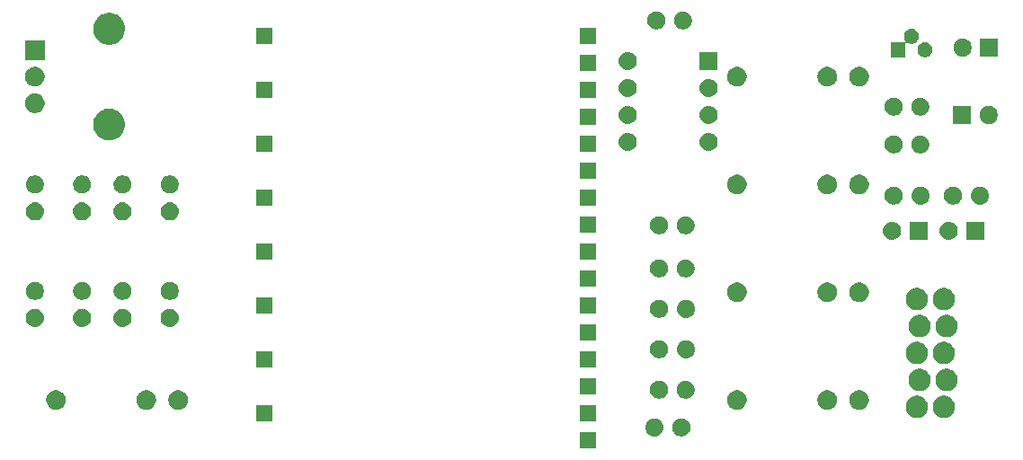
<source format=gts>
G04 #@! TF.GenerationSoftware,KiCad,Pcbnew,5.1.4-e60b266~84~ubuntu18.04.1*
G04 #@! TF.CreationDate,2019-10-21T00:40:35+01:00*
G04 #@! TF.ProjectId,euroslideymixer,6575726f-736c-4696-9465-796d69786572,rev?*
G04 #@! TF.SameCoordinates,Original*
G04 #@! TF.FileFunction,Soldermask,Top*
G04 #@! TF.FilePolarity,Negative*
%FSLAX46Y46*%
G04 Gerber Fmt 4.6, Leading zero omitted, Abs format (unit mm)*
G04 Created by KiCad (PCBNEW 5.1.4-e60b266~84~ubuntu18.04.1) date 2019-10-21 00:40:35*
%MOMM*%
%LPD*%
G04 APERTURE LIST*
%ADD10C,0.100000*%
G04 APERTURE END LIST*
D10*
G36*
X157359600Y-125439600D02*
G01*
X155848400Y-125439600D01*
X155848400Y-123928400D01*
X157359600Y-123928400D01*
X157359600Y-125439600D01*
X157359600Y-125439600D01*
G37*
G36*
X165660228Y-122625703D02*
G01*
X165815100Y-122689853D01*
X165954481Y-122782985D01*
X166073015Y-122901519D01*
X166166147Y-123040900D01*
X166230297Y-123195772D01*
X166263000Y-123360184D01*
X166263000Y-123527816D01*
X166230297Y-123692228D01*
X166166147Y-123847100D01*
X166073015Y-123986481D01*
X165954481Y-124105015D01*
X165815100Y-124198147D01*
X165660228Y-124262297D01*
X165495816Y-124295000D01*
X165328184Y-124295000D01*
X165163772Y-124262297D01*
X165008900Y-124198147D01*
X164869519Y-124105015D01*
X164750985Y-123986481D01*
X164657853Y-123847100D01*
X164593703Y-123692228D01*
X164561000Y-123527816D01*
X164561000Y-123360184D01*
X164593703Y-123195772D01*
X164657853Y-123040900D01*
X164750985Y-122901519D01*
X164869519Y-122782985D01*
X165008900Y-122689853D01*
X165163772Y-122625703D01*
X165328184Y-122593000D01*
X165495816Y-122593000D01*
X165660228Y-122625703D01*
X165660228Y-122625703D01*
G37*
G36*
X163038823Y-122605313D02*
G01*
X163199242Y-122653976D01*
X163266361Y-122689852D01*
X163347078Y-122732996D01*
X163476659Y-122839341D01*
X163583004Y-122968922D01*
X163583005Y-122968924D01*
X163662024Y-123116758D01*
X163710687Y-123277177D01*
X163727117Y-123444000D01*
X163710687Y-123610823D01*
X163662024Y-123771242D01*
X163621477Y-123847100D01*
X163583004Y-123919078D01*
X163476659Y-124048659D01*
X163347078Y-124155004D01*
X163347076Y-124155005D01*
X163199242Y-124234024D01*
X163038823Y-124282687D01*
X162913804Y-124295000D01*
X162830196Y-124295000D01*
X162705177Y-124282687D01*
X162544758Y-124234024D01*
X162396924Y-124155005D01*
X162396922Y-124155004D01*
X162267341Y-124048659D01*
X162160996Y-123919078D01*
X162122523Y-123847100D01*
X162081976Y-123771242D01*
X162033313Y-123610823D01*
X162016883Y-123444000D01*
X162033313Y-123277177D01*
X162081976Y-123116758D01*
X162160995Y-122968924D01*
X162160996Y-122968922D01*
X162267341Y-122839341D01*
X162396922Y-122732996D01*
X162477639Y-122689852D01*
X162544758Y-122653976D01*
X162705177Y-122605313D01*
X162830196Y-122593000D01*
X162913804Y-122593000D01*
X163038823Y-122605313D01*
X163038823Y-122605313D01*
G37*
G36*
X157359600Y-122899600D02*
G01*
X155848400Y-122899600D01*
X155848400Y-121388400D01*
X157359600Y-121388400D01*
X157359600Y-122899600D01*
X157359600Y-122899600D01*
G37*
G36*
X126879600Y-122899600D02*
G01*
X125368400Y-122899600D01*
X125368400Y-121388400D01*
X126879600Y-121388400D01*
X126879600Y-122899600D01*
X126879600Y-122899600D01*
G37*
G36*
X187895765Y-120507620D02*
G01*
X187995702Y-120549015D01*
X188085288Y-120586123D01*
X188255854Y-120700092D01*
X188400908Y-120845146D01*
X188400909Y-120845148D01*
X188514878Y-121015714D01*
X188593380Y-121205235D01*
X188633400Y-121406430D01*
X188633400Y-121611570D01*
X188616776Y-121695143D01*
X188593380Y-121812765D01*
X188514877Y-122002288D01*
X188400908Y-122172854D01*
X188255854Y-122317908D01*
X188085288Y-122431877D01*
X188085287Y-122431878D01*
X188085286Y-122431878D01*
X187895765Y-122510380D01*
X187694570Y-122550400D01*
X187489430Y-122550400D01*
X187288235Y-122510380D01*
X187098714Y-122431878D01*
X187098713Y-122431878D01*
X187098712Y-122431877D01*
X186928146Y-122317908D01*
X186783092Y-122172854D01*
X186669123Y-122002288D01*
X186590620Y-121812765D01*
X186567224Y-121695143D01*
X186550600Y-121611570D01*
X186550600Y-121406430D01*
X186590620Y-121205235D01*
X186669122Y-121015714D01*
X186783091Y-120845148D01*
X186783092Y-120845146D01*
X186928146Y-120700092D01*
X187098712Y-120586123D01*
X187188299Y-120549015D01*
X187288235Y-120507620D01*
X187489430Y-120467600D01*
X187694570Y-120467600D01*
X187895765Y-120507620D01*
X187895765Y-120507620D01*
G37*
G36*
X190435765Y-120507620D02*
G01*
X190535702Y-120549015D01*
X190625288Y-120586123D01*
X190795854Y-120700092D01*
X190940908Y-120845146D01*
X190940909Y-120845148D01*
X191054878Y-121015714D01*
X191133380Y-121205235D01*
X191173400Y-121406430D01*
X191173400Y-121611570D01*
X191156776Y-121695143D01*
X191133380Y-121812765D01*
X191054877Y-122002288D01*
X190940908Y-122172854D01*
X190795854Y-122317908D01*
X190625288Y-122431877D01*
X190625287Y-122431878D01*
X190625286Y-122431878D01*
X190435765Y-122510380D01*
X190234570Y-122550400D01*
X190029430Y-122550400D01*
X189828235Y-122510380D01*
X189638714Y-122431878D01*
X189638713Y-122431878D01*
X189638712Y-122431877D01*
X189468146Y-122317908D01*
X189323092Y-122172854D01*
X189209123Y-122002288D01*
X189130620Y-121812765D01*
X189107224Y-121695143D01*
X189090600Y-121611570D01*
X189090600Y-121406430D01*
X189130620Y-121205235D01*
X189209122Y-121015714D01*
X189323091Y-120845148D01*
X189323092Y-120845146D01*
X189468146Y-120700092D01*
X189638712Y-120586123D01*
X189728299Y-120549015D01*
X189828235Y-120507620D01*
X190029430Y-120467600D01*
X190234570Y-120467600D01*
X190435765Y-120507620D01*
X190435765Y-120507620D01*
G37*
G36*
X182424279Y-119983009D02*
G01*
X182490407Y-120010400D01*
X182592908Y-120052857D01*
X182592909Y-120052858D01*
X182744673Y-120154263D01*
X182873737Y-120283327D01*
X182924701Y-120359600D01*
X182975143Y-120435092D01*
X182988608Y-120467600D01*
X183044991Y-120603721D01*
X183065394Y-120706295D01*
X183080600Y-120782738D01*
X183080600Y-120965262D01*
X183044991Y-121144278D01*
X182975143Y-121312908D01*
X182975142Y-121312909D01*
X182873737Y-121464673D01*
X182744673Y-121593737D01*
X182717985Y-121611569D01*
X182592908Y-121695143D01*
X182494127Y-121736059D01*
X182424279Y-121764991D01*
X182245262Y-121800600D01*
X182062738Y-121800600D01*
X181883721Y-121764991D01*
X181813873Y-121736059D01*
X181715092Y-121695143D01*
X181590015Y-121611569D01*
X181563327Y-121593737D01*
X181434263Y-121464673D01*
X181332858Y-121312909D01*
X181332857Y-121312908D01*
X181263009Y-121144278D01*
X181227400Y-120965262D01*
X181227400Y-120782738D01*
X181242606Y-120706295D01*
X181263009Y-120603721D01*
X181319392Y-120467600D01*
X181332857Y-120435092D01*
X181383299Y-120359600D01*
X181434263Y-120283327D01*
X181563327Y-120154263D01*
X181715091Y-120052858D01*
X181715092Y-120052857D01*
X181817593Y-120010400D01*
X181883721Y-119983009D01*
X182062738Y-119947400D01*
X182245262Y-119947400D01*
X182424279Y-119983009D01*
X182424279Y-119983009D01*
G37*
G36*
X179424279Y-119983009D02*
G01*
X179490407Y-120010400D01*
X179592908Y-120052857D01*
X179592909Y-120052858D01*
X179744673Y-120154263D01*
X179873737Y-120283327D01*
X179924701Y-120359600D01*
X179975143Y-120435092D01*
X179988608Y-120467600D01*
X180044991Y-120603721D01*
X180065394Y-120706295D01*
X180080600Y-120782738D01*
X180080600Y-120965262D01*
X180044991Y-121144278D01*
X179975143Y-121312908D01*
X179975142Y-121312909D01*
X179873737Y-121464673D01*
X179744673Y-121593737D01*
X179717985Y-121611569D01*
X179592908Y-121695143D01*
X179494127Y-121736059D01*
X179424279Y-121764991D01*
X179245262Y-121800600D01*
X179062738Y-121800600D01*
X178883721Y-121764991D01*
X178813873Y-121736059D01*
X178715092Y-121695143D01*
X178590015Y-121611569D01*
X178563327Y-121593737D01*
X178434263Y-121464673D01*
X178332858Y-121312909D01*
X178332857Y-121312908D01*
X178263009Y-121144278D01*
X178227400Y-120965262D01*
X178227400Y-120782738D01*
X178242606Y-120706295D01*
X178263009Y-120603721D01*
X178319392Y-120467600D01*
X178332857Y-120435092D01*
X178383299Y-120359600D01*
X178434263Y-120283327D01*
X178563327Y-120154263D01*
X178715091Y-120052858D01*
X178715092Y-120052857D01*
X178817593Y-120010400D01*
X178883721Y-119983009D01*
X179062738Y-119947400D01*
X179245262Y-119947400D01*
X179424279Y-119983009D01*
X179424279Y-119983009D01*
G37*
G36*
X170924279Y-119983009D02*
G01*
X170990407Y-120010400D01*
X171092908Y-120052857D01*
X171092909Y-120052858D01*
X171244673Y-120154263D01*
X171373737Y-120283327D01*
X171424701Y-120359600D01*
X171475143Y-120435092D01*
X171488608Y-120467600D01*
X171544991Y-120603721D01*
X171565394Y-120706295D01*
X171580600Y-120782738D01*
X171580600Y-120965262D01*
X171544991Y-121144278D01*
X171475143Y-121312908D01*
X171475142Y-121312909D01*
X171373737Y-121464673D01*
X171244673Y-121593737D01*
X171217985Y-121611569D01*
X171092908Y-121695143D01*
X170994127Y-121736059D01*
X170924279Y-121764991D01*
X170745262Y-121800600D01*
X170562738Y-121800600D01*
X170383721Y-121764991D01*
X170313873Y-121736059D01*
X170215092Y-121695143D01*
X170090015Y-121611569D01*
X170063327Y-121593737D01*
X169934263Y-121464673D01*
X169832858Y-121312909D01*
X169832857Y-121312908D01*
X169763009Y-121144278D01*
X169727400Y-120965262D01*
X169727400Y-120782738D01*
X169742606Y-120706295D01*
X169763009Y-120603721D01*
X169819392Y-120467600D01*
X169832857Y-120435092D01*
X169883299Y-120359600D01*
X169934263Y-120283327D01*
X170063327Y-120154263D01*
X170215091Y-120052858D01*
X170215092Y-120052857D01*
X170317593Y-120010400D01*
X170383721Y-119983009D01*
X170562738Y-119947400D01*
X170745262Y-119947400D01*
X170924279Y-119983009D01*
X170924279Y-119983009D01*
G37*
G36*
X118289279Y-119983009D02*
G01*
X118355407Y-120010400D01*
X118457908Y-120052857D01*
X118457909Y-120052858D01*
X118609673Y-120154263D01*
X118738737Y-120283327D01*
X118789701Y-120359600D01*
X118840143Y-120435092D01*
X118853608Y-120467600D01*
X118909991Y-120603721D01*
X118930394Y-120706295D01*
X118945600Y-120782738D01*
X118945600Y-120965262D01*
X118909991Y-121144278D01*
X118840143Y-121312908D01*
X118840142Y-121312909D01*
X118738737Y-121464673D01*
X118609673Y-121593737D01*
X118582985Y-121611569D01*
X118457908Y-121695143D01*
X118359127Y-121736059D01*
X118289279Y-121764991D01*
X118110262Y-121800600D01*
X117927738Y-121800600D01*
X117748721Y-121764991D01*
X117678873Y-121736059D01*
X117580092Y-121695143D01*
X117455015Y-121611569D01*
X117428327Y-121593737D01*
X117299263Y-121464673D01*
X117197858Y-121312909D01*
X117197857Y-121312908D01*
X117128009Y-121144278D01*
X117092400Y-120965262D01*
X117092400Y-120782738D01*
X117107606Y-120706295D01*
X117128009Y-120603721D01*
X117184392Y-120467600D01*
X117197857Y-120435092D01*
X117248299Y-120359600D01*
X117299263Y-120283327D01*
X117428327Y-120154263D01*
X117580091Y-120052858D01*
X117580092Y-120052857D01*
X117682593Y-120010400D01*
X117748721Y-119983009D01*
X117927738Y-119947400D01*
X118110262Y-119947400D01*
X118289279Y-119983009D01*
X118289279Y-119983009D01*
G37*
G36*
X106789279Y-119983009D02*
G01*
X106855407Y-120010400D01*
X106957908Y-120052857D01*
X106957909Y-120052858D01*
X107109673Y-120154263D01*
X107238737Y-120283327D01*
X107289701Y-120359600D01*
X107340143Y-120435092D01*
X107353608Y-120467600D01*
X107409991Y-120603721D01*
X107430394Y-120706295D01*
X107445600Y-120782738D01*
X107445600Y-120965262D01*
X107409991Y-121144278D01*
X107340143Y-121312908D01*
X107340142Y-121312909D01*
X107238737Y-121464673D01*
X107109673Y-121593737D01*
X107082985Y-121611569D01*
X106957908Y-121695143D01*
X106859127Y-121736059D01*
X106789279Y-121764991D01*
X106610262Y-121800600D01*
X106427738Y-121800600D01*
X106248721Y-121764991D01*
X106178873Y-121736059D01*
X106080092Y-121695143D01*
X105955015Y-121611569D01*
X105928327Y-121593737D01*
X105799263Y-121464673D01*
X105697858Y-121312909D01*
X105697857Y-121312908D01*
X105628009Y-121144278D01*
X105592400Y-120965262D01*
X105592400Y-120782738D01*
X105607606Y-120706295D01*
X105628009Y-120603721D01*
X105684392Y-120467600D01*
X105697857Y-120435092D01*
X105748299Y-120359600D01*
X105799263Y-120283327D01*
X105928327Y-120154263D01*
X106080091Y-120052858D01*
X106080092Y-120052857D01*
X106182593Y-120010400D01*
X106248721Y-119983009D01*
X106427738Y-119947400D01*
X106610262Y-119947400D01*
X106789279Y-119983009D01*
X106789279Y-119983009D01*
G37*
G36*
X115289279Y-119983009D02*
G01*
X115355407Y-120010400D01*
X115457908Y-120052857D01*
X115457909Y-120052858D01*
X115609673Y-120154263D01*
X115738737Y-120283327D01*
X115789701Y-120359600D01*
X115840143Y-120435092D01*
X115853608Y-120467600D01*
X115909991Y-120603721D01*
X115930394Y-120706295D01*
X115945600Y-120782738D01*
X115945600Y-120965262D01*
X115909991Y-121144278D01*
X115840143Y-121312908D01*
X115840142Y-121312909D01*
X115738737Y-121464673D01*
X115609673Y-121593737D01*
X115582985Y-121611569D01*
X115457908Y-121695143D01*
X115359127Y-121736059D01*
X115289279Y-121764991D01*
X115110262Y-121800600D01*
X114927738Y-121800600D01*
X114748721Y-121764991D01*
X114678873Y-121736059D01*
X114580092Y-121695143D01*
X114455015Y-121611569D01*
X114428327Y-121593737D01*
X114299263Y-121464673D01*
X114197858Y-121312909D01*
X114197857Y-121312908D01*
X114128009Y-121144278D01*
X114092400Y-120965262D01*
X114092400Y-120782738D01*
X114107606Y-120706295D01*
X114128009Y-120603721D01*
X114184392Y-120467600D01*
X114197857Y-120435092D01*
X114248299Y-120359600D01*
X114299263Y-120283327D01*
X114428327Y-120154263D01*
X114580091Y-120052858D01*
X114580092Y-120052857D01*
X114682593Y-120010400D01*
X114748721Y-119983009D01*
X114927738Y-119947400D01*
X115110262Y-119947400D01*
X115289279Y-119983009D01*
X115289279Y-119983009D01*
G37*
G36*
X163570228Y-119069703D02*
G01*
X163725100Y-119133853D01*
X163864481Y-119226985D01*
X163983015Y-119345519D01*
X164076147Y-119484900D01*
X164140297Y-119639772D01*
X164173000Y-119804184D01*
X164173000Y-119971816D01*
X164140297Y-120136228D01*
X164076147Y-120291100D01*
X163983015Y-120430481D01*
X163864481Y-120549015D01*
X163725100Y-120642147D01*
X163570228Y-120706297D01*
X163405816Y-120739000D01*
X163238184Y-120739000D01*
X163073772Y-120706297D01*
X162918900Y-120642147D01*
X162779519Y-120549015D01*
X162660985Y-120430481D01*
X162567853Y-120291100D01*
X162503703Y-120136228D01*
X162471000Y-119971816D01*
X162471000Y-119804184D01*
X162503703Y-119639772D01*
X162567853Y-119484900D01*
X162660985Y-119345519D01*
X162779519Y-119226985D01*
X162918900Y-119133853D01*
X163073772Y-119069703D01*
X163238184Y-119037000D01*
X163405816Y-119037000D01*
X163570228Y-119069703D01*
X163570228Y-119069703D01*
G37*
G36*
X166070228Y-119069703D02*
G01*
X166225100Y-119133853D01*
X166364481Y-119226985D01*
X166483015Y-119345519D01*
X166576147Y-119484900D01*
X166640297Y-119639772D01*
X166673000Y-119804184D01*
X166673000Y-119971816D01*
X166640297Y-120136228D01*
X166576147Y-120291100D01*
X166483015Y-120430481D01*
X166364481Y-120549015D01*
X166225100Y-120642147D01*
X166070228Y-120706297D01*
X165905816Y-120739000D01*
X165738184Y-120739000D01*
X165573772Y-120706297D01*
X165418900Y-120642147D01*
X165279519Y-120549015D01*
X165160985Y-120430481D01*
X165067853Y-120291100D01*
X165003703Y-120136228D01*
X164971000Y-119971816D01*
X164971000Y-119804184D01*
X165003703Y-119639772D01*
X165067853Y-119484900D01*
X165160985Y-119345519D01*
X165279519Y-119226985D01*
X165418900Y-119133853D01*
X165573772Y-119069703D01*
X165738184Y-119037000D01*
X165905816Y-119037000D01*
X166070228Y-119069703D01*
X166070228Y-119069703D01*
G37*
G36*
X157359600Y-120359600D02*
G01*
X155848400Y-120359600D01*
X155848400Y-118848400D01*
X157359600Y-118848400D01*
X157359600Y-120359600D01*
X157359600Y-120359600D01*
G37*
G36*
X188149765Y-117967620D02*
G01*
X188339288Y-118046123D01*
X188509854Y-118160092D01*
X188654908Y-118305146D01*
X188654909Y-118305148D01*
X188768878Y-118475714D01*
X188847380Y-118665235D01*
X188883814Y-118848400D01*
X188887400Y-118866431D01*
X188887400Y-119071569D01*
X188847380Y-119272765D01*
X188768877Y-119462288D01*
X188654908Y-119632854D01*
X188509854Y-119777908D01*
X188339288Y-119891877D01*
X188339287Y-119891878D01*
X188339286Y-119891878D01*
X188149765Y-119970380D01*
X187948570Y-120010400D01*
X187743430Y-120010400D01*
X187542235Y-119970380D01*
X187352714Y-119891878D01*
X187352713Y-119891878D01*
X187352712Y-119891877D01*
X187182146Y-119777908D01*
X187037092Y-119632854D01*
X186923123Y-119462288D01*
X186844620Y-119272765D01*
X186804600Y-119071569D01*
X186804600Y-118866431D01*
X186808187Y-118848400D01*
X186844620Y-118665235D01*
X186923122Y-118475714D01*
X187037091Y-118305148D01*
X187037092Y-118305146D01*
X187182146Y-118160092D01*
X187352712Y-118046123D01*
X187542235Y-117967620D01*
X187743430Y-117927600D01*
X187948570Y-117927600D01*
X188149765Y-117967620D01*
X188149765Y-117967620D01*
G37*
G36*
X190689765Y-117967620D02*
G01*
X190879288Y-118046123D01*
X191049854Y-118160092D01*
X191194908Y-118305146D01*
X191194909Y-118305148D01*
X191308878Y-118475714D01*
X191387380Y-118665235D01*
X191423814Y-118848400D01*
X191427400Y-118866431D01*
X191427400Y-119071569D01*
X191387380Y-119272765D01*
X191308877Y-119462288D01*
X191194908Y-119632854D01*
X191049854Y-119777908D01*
X190879288Y-119891877D01*
X190879287Y-119891878D01*
X190879286Y-119891878D01*
X190689765Y-119970380D01*
X190488570Y-120010400D01*
X190283430Y-120010400D01*
X190082235Y-119970380D01*
X189892714Y-119891878D01*
X189892713Y-119891878D01*
X189892712Y-119891877D01*
X189722146Y-119777908D01*
X189577092Y-119632854D01*
X189463123Y-119462288D01*
X189384620Y-119272765D01*
X189344600Y-119071569D01*
X189344600Y-118866431D01*
X189348187Y-118848400D01*
X189384620Y-118665235D01*
X189463122Y-118475714D01*
X189577091Y-118305148D01*
X189577092Y-118305146D01*
X189722146Y-118160092D01*
X189892712Y-118046123D01*
X190082235Y-117967620D01*
X190283430Y-117927600D01*
X190488570Y-117927600D01*
X190689765Y-117967620D01*
X190689765Y-117967620D01*
G37*
G36*
X126879600Y-117819600D02*
G01*
X125368400Y-117819600D01*
X125368400Y-116308400D01*
X126879600Y-116308400D01*
X126879600Y-117819600D01*
X126879600Y-117819600D01*
G37*
G36*
X157359600Y-117819600D02*
G01*
X155848400Y-117819600D01*
X155848400Y-116308400D01*
X157359600Y-116308400D01*
X157359600Y-117819600D01*
X157359600Y-117819600D01*
G37*
G36*
X190382299Y-115416985D02*
G01*
X190435765Y-115427620D01*
X190625288Y-115506123D01*
X190795854Y-115620092D01*
X190940908Y-115765146D01*
X190940909Y-115765148D01*
X191054878Y-115935714D01*
X191133380Y-116125235D01*
X191173400Y-116326430D01*
X191173400Y-116531570D01*
X191133380Y-116732765D01*
X191057198Y-116916686D01*
X191054877Y-116922288D01*
X190940908Y-117092854D01*
X190795854Y-117237908D01*
X190625288Y-117351877D01*
X190625287Y-117351878D01*
X190625286Y-117351878D01*
X190435765Y-117430380D01*
X190234570Y-117470400D01*
X190029430Y-117470400D01*
X189828235Y-117430380D01*
X189638714Y-117351878D01*
X189638713Y-117351878D01*
X189638712Y-117351877D01*
X189468146Y-117237908D01*
X189323092Y-117092854D01*
X189209123Y-116922288D01*
X189206803Y-116916686D01*
X189130620Y-116732765D01*
X189090600Y-116531570D01*
X189090600Y-116326430D01*
X189130620Y-116125235D01*
X189209122Y-115935714D01*
X189323091Y-115765148D01*
X189323092Y-115765146D01*
X189468146Y-115620092D01*
X189638712Y-115506123D01*
X189828235Y-115427620D01*
X189881701Y-115416985D01*
X190029430Y-115387600D01*
X190234570Y-115387600D01*
X190382299Y-115416985D01*
X190382299Y-115416985D01*
G37*
G36*
X187842299Y-115416985D02*
G01*
X187895765Y-115427620D01*
X188085288Y-115506123D01*
X188255854Y-115620092D01*
X188400908Y-115765146D01*
X188400909Y-115765148D01*
X188514878Y-115935714D01*
X188593380Y-116125235D01*
X188633400Y-116326430D01*
X188633400Y-116531570D01*
X188593380Y-116732765D01*
X188517198Y-116916686D01*
X188514877Y-116922288D01*
X188400908Y-117092854D01*
X188255854Y-117237908D01*
X188085288Y-117351877D01*
X188085287Y-117351878D01*
X188085286Y-117351878D01*
X187895765Y-117430380D01*
X187694570Y-117470400D01*
X187489430Y-117470400D01*
X187288235Y-117430380D01*
X187098714Y-117351878D01*
X187098713Y-117351878D01*
X187098712Y-117351877D01*
X186928146Y-117237908D01*
X186783092Y-117092854D01*
X186669123Y-116922288D01*
X186666803Y-116916686D01*
X186590620Y-116732765D01*
X186550600Y-116531570D01*
X186550600Y-116326430D01*
X186590620Y-116125235D01*
X186669122Y-115935714D01*
X186783091Y-115765148D01*
X186783092Y-115765146D01*
X186928146Y-115620092D01*
X187098712Y-115506123D01*
X187288235Y-115427620D01*
X187341701Y-115416985D01*
X187489430Y-115387600D01*
X187694570Y-115387600D01*
X187842299Y-115416985D01*
X187842299Y-115416985D01*
G37*
G36*
X163570228Y-115259703D02*
G01*
X163725100Y-115323853D01*
X163864481Y-115416985D01*
X163983015Y-115535519D01*
X164076147Y-115674900D01*
X164140297Y-115829772D01*
X164173000Y-115994184D01*
X164173000Y-116161816D01*
X164140297Y-116326228D01*
X164076147Y-116481100D01*
X163983015Y-116620481D01*
X163864481Y-116739015D01*
X163725100Y-116832147D01*
X163570228Y-116896297D01*
X163405816Y-116929000D01*
X163238184Y-116929000D01*
X163073772Y-116896297D01*
X162918900Y-116832147D01*
X162779519Y-116739015D01*
X162660985Y-116620481D01*
X162567853Y-116481100D01*
X162503703Y-116326228D01*
X162471000Y-116161816D01*
X162471000Y-115994184D01*
X162503703Y-115829772D01*
X162567853Y-115674900D01*
X162660985Y-115535519D01*
X162779519Y-115416985D01*
X162918900Y-115323853D01*
X163073772Y-115259703D01*
X163238184Y-115227000D01*
X163405816Y-115227000D01*
X163570228Y-115259703D01*
X163570228Y-115259703D01*
G37*
G36*
X166028823Y-115239313D02*
G01*
X166189242Y-115287976D01*
X166256361Y-115323852D01*
X166337078Y-115366996D01*
X166466659Y-115473341D01*
X166573004Y-115602922D01*
X166573005Y-115602924D01*
X166652024Y-115750758D01*
X166700687Y-115911177D01*
X166717117Y-116078000D01*
X166700687Y-116244823D01*
X166652024Y-116405242D01*
X166611477Y-116481100D01*
X166573004Y-116553078D01*
X166466659Y-116682659D01*
X166337078Y-116789004D01*
X166337076Y-116789005D01*
X166189242Y-116868024D01*
X166028823Y-116916687D01*
X165903804Y-116929000D01*
X165820196Y-116929000D01*
X165695177Y-116916687D01*
X165534758Y-116868024D01*
X165386924Y-116789005D01*
X165386922Y-116789004D01*
X165257341Y-116682659D01*
X165150996Y-116553078D01*
X165112523Y-116481100D01*
X165071976Y-116405242D01*
X165023313Y-116244823D01*
X165006883Y-116078000D01*
X165023313Y-115911177D01*
X165071976Y-115750758D01*
X165150995Y-115602924D01*
X165150996Y-115602922D01*
X165257341Y-115473341D01*
X165386922Y-115366996D01*
X165467639Y-115323852D01*
X165534758Y-115287976D01*
X165695177Y-115239313D01*
X165820196Y-115227000D01*
X165903804Y-115227000D01*
X166028823Y-115239313D01*
X166028823Y-115239313D01*
G37*
G36*
X157359600Y-115279600D02*
G01*
X155848400Y-115279600D01*
X155848400Y-113768400D01*
X157359600Y-113768400D01*
X157359600Y-115279600D01*
X157359600Y-115279600D01*
G37*
G36*
X190689765Y-112887620D02*
G01*
X190864929Y-112960175D01*
X190879288Y-112966123D01*
X191049854Y-113080092D01*
X191194908Y-113225146D01*
X191240798Y-113293825D01*
X191308878Y-113395714D01*
X191387380Y-113585235D01*
X191423814Y-113768400D01*
X191427400Y-113786431D01*
X191427400Y-113991569D01*
X191387380Y-114192765D01*
X191308877Y-114382288D01*
X191194908Y-114552854D01*
X191049854Y-114697908D01*
X190879288Y-114811877D01*
X190879287Y-114811878D01*
X190879286Y-114811878D01*
X190689765Y-114890380D01*
X190488570Y-114930400D01*
X190283430Y-114930400D01*
X190082235Y-114890380D01*
X189892714Y-114811878D01*
X189892713Y-114811878D01*
X189892712Y-114811877D01*
X189722146Y-114697908D01*
X189577092Y-114552854D01*
X189463123Y-114382288D01*
X189384620Y-114192765D01*
X189344600Y-113991569D01*
X189344600Y-113786431D01*
X189348187Y-113768400D01*
X189384620Y-113585235D01*
X189463122Y-113395714D01*
X189531202Y-113293825D01*
X189577092Y-113225146D01*
X189722146Y-113080092D01*
X189892712Y-112966123D01*
X189907072Y-112960175D01*
X190082235Y-112887620D01*
X190283430Y-112847600D01*
X190488570Y-112847600D01*
X190689765Y-112887620D01*
X190689765Y-112887620D01*
G37*
G36*
X188149765Y-112887620D02*
G01*
X188324929Y-112960175D01*
X188339288Y-112966123D01*
X188509854Y-113080092D01*
X188654908Y-113225146D01*
X188700798Y-113293825D01*
X188768878Y-113395714D01*
X188847380Y-113585235D01*
X188883814Y-113768400D01*
X188887400Y-113786431D01*
X188887400Y-113991569D01*
X188847380Y-114192765D01*
X188768877Y-114382288D01*
X188654908Y-114552854D01*
X188509854Y-114697908D01*
X188339288Y-114811877D01*
X188339287Y-114811878D01*
X188339286Y-114811878D01*
X188149765Y-114890380D01*
X187948570Y-114930400D01*
X187743430Y-114930400D01*
X187542235Y-114890380D01*
X187352714Y-114811878D01*
X187352713Y-114811878D01*
X187352712Y-114811877D01*
X187182146Y-114697908D01*
X187037092Y-114552854D01*
X186923123Y-114382288D01*
X186844620Y-114192765D01*
X186804600Y-113991569D01*
X186804600Y-113786431D01*
X186808187Y-113768400D01*
X186844620Y-113585235D01*
X186923122Y-113395714D01*
X186991202Y-113293825D01*
X187037092Y-113225146D01*
X187182146Y-113080092D01*
X187352712Y-112966123D01*
X187367072Y-112960175D01*
X187542235Y-112887620D01*
X187743430Y-112847600D01*
X187948570Y-112847600D01*
X188149765Y-112887620D01*
X188149765Y-112887620D01*
G37*
G36*
X117400823Y-112288313D02*
G01*
X117561242Y-112336976D01*
X117661191Y-112390400D01*
X117709078Y-112415996D01*
X117838659Y-112522341D01*
X117945004Y-112651922D01*
X117945005Y-112651924D01*
X118024024Y-112799758D01*
X118072687Y-112960177D01*
X118089117Y-113127000D01*
X118072687Y-113293823D01*
X118024024Y-113454242D01*
X117954007Y-113585235D01*
X117945004Y-113602078D01*
X117838659Y-113731659D01*
X117709078Y-113838004D01*
X117709076Y-113838005D01*
X117561242Y-113917024D01*
X117400823Y-113965687D01*
X117275804Y-113978000D01*
X117192196Y-113978000D01*
X117067177Y-113965687D01*
X116906758Y-113917024D01*
X116758924Y-113838005D01*
X116758922Y-113838004D01*
X116629341Y-113731659D01*
X116522996Y-113602078D01*
X116513993Y-113585235D01*
X116443976Y-113454242D01*
X116395313Y-113293823D01*
X116378883Y-113127000D01*
X116395313Y-112960177D01*
X116443976Y-112799758D01*
X116522995Y-112651924D01*
X116522996Y-112651922D01*
X116629341Y-112522341D01*
X116758922Y-112415996D01*
X116806809Y-112390400D01*
X116906758Y-112336976D01*
X117067177Y-112288313D01*
X117192196Y-112276000D01*
X117275804Y-112276000D01*
X117400823Y-112288313D01*
X117400823Y-112288313D01*
G37*
G36*
X112955823Y-112288313D02*
G01*
X113116242Y-112336976D01*
X113216191Y-112390400D01*
X113264078Y-112415996D01*
X113393659Y-112522341D01*
X113500004Y-112651922D01*
X113500005Y-112651924D01*
X113579024Y-112799758D01*
X113627687Y-112960177D01*
X113644117Y-113127000D01*
X113627687Y-113293823D01*
X113579024Y-113454242D01*
X113509007Y-113585235D01*
X113500004Y-113602078D01*
X113393659Y-113731659D01*
X113264078Y-113838004D01*
X113264076Y-113838005D01*
X113116242Y-113917024D01*
X112955823Y-113965687D01*
X112830804Y-113978000D01*
X112747196Y-113978000D01*
X112622177Y-113965687D01*
X112461758Y-113917024D01*
X112313924Y-113838005D01*
X112313922Y-113838004D01*
X112184341Y-113731659D01*
X112077996Y-113602078D01*
X112068993Y-113585235D01*
X111998976Y-113454242D01*
X111950313Y-113293823D01*
X111933883Y-113127000D01*
X111950313Y-112960177D01*
X111998976Y-112799758D01*
X112077995Y-112651924D01*
X112077996Y-112651922D01*
X112184341Y-112522341D01*
X112313922Y-112415996D01*
X112361809Y-112390400D01*
X112461758Y-112336976D01*
X112622177Y-112288313D01*
X112747196Y-112276000D01*
X112830804Y-112276000D01*
X112955823Y-112288313D01*
X112955823Y-112288313D01*
G37*
G36*
X104700823Y-112288313D02*
G01*
X104861242Y-112336976D01*
X104961191Y-112390400D01*
X105009078Y-112415996D01*
X105138659Y-112522341D01*
X105245004Y-112651922D01*
X105245005Y-112651924D01*
X105324024Y-112799758D01*
X105372687Y-112960177D01*
X105389117Y-113127000D01*
X105372687Y-113293823D01*
X105324024Y-113454242D01*
X105254007Y-113585235D01*
X105245004Y-113602078D01*
X105138659Y-113731659D01*
X105009078Y-113838004D01*
X105009076Y-113838005D01*
X104861242Y-113917024D01*
X104700823Y-113965687D01*
X104575804Y-113978000D01*
X104492196Y-113978000D01*
X104367177Y-113965687D01*
X104206758Y-113917024D01*
X104058924Y-113838005D01*
X104058922Y-113838004D01*
X103929341Y-113731659D01*
X103822996Y-113602078D01*
X103813993Y-113585235D01*
X103743976Y-113454242D01*
X103695313Y-113293823D01*
X103678883Y-113127000D01*
X103695313Y-112960177D01*
X103743976Y-112799758D01*
X103822995Y-112651924D01*
X103822996Y-112651922D01*
X103929341Y-112522341D01*
X104058922Y-112415996D01*
X104106809Y-112390400D01*
X104206758Y-112336976D01*
X104367177Y-112288313D01*
X104492196Y-112276000D01*
X104575804Y-112276000D01*
X104700823Y-112288313D01*
X104700823Y-112288313D01*
G37*
G36*
X109145823Y-112288313D02*
G01*
X109306242Y-112336976D01*
X109406191Y-112390400D01*
X109454078Y-112415996D01*
X109583659Y-112522341D01*
X109690004Y-112651922D01*
X109690005Y-112651924D01*
X109769024Y-112799758D01*
X109817687Y-112960177D01*
X109834117Y-113127000D01*
X109817687Y-113293823D01*
X109769024Y-113454242D01*
X109699007Y-113585235D01*
X109690004Y-113602078D01*
X109583659Y-113731659D01*
X109454078Y-113838004D01*
X109454076Y-113838005D01*
X109306242Y-113917024D01*
X109145823Y-113965687D01*
X109020804Y-113978000D01*
X108937196Y-113978000D01*
X108812177Y-113965687D01*
X108651758Y-113917024D01*
X108503924Y-113838005D01*
X108503922Y-113838004D01*
X108374341Y-113731659D01*
X108267996Y-113602078D01*
X108258993Y-113585235D01*
X108188976Y-113454242D01*
X108140313Y-113293823D01*
X108123883Y-113127000D01*
X108140313Y-112960177D01*
X108188976Y-112799758D01*
X108267995Y-112651924D01*
X108267996Y-112651922D01*
X108374341Y-112522341D01*
X108503922Y-112415996D01*
X108551809Y-112390400D01*
X108651758Y-112336976D01*
X108812177Y-112288313D01*
X108937196Y-112276000D01*
X109020804Y-112276000D01*
X109145823Y-112288313D01*
X109145823Y-112288313D01*
G37*
G36*
X166028823Y-111429313D02*
G01*
X166189242Y-111477976D01*
X166256361Y-111513852D01*
X166337078Y-111556996D01*
X166466659Y-111663341D01*
X166573004Y-111792922D01*
X166573005Y-111792924D01*
X166652024Y-111940758D01*
X166700687Y-112101177D01*
X166717117Y-112268000D01*
X166700687Y-112434823D01*
X166652024Y-112595242D01*
X166611477Y-112671100D01*
X166573004Y-112743078D01*
X166466659Y-112872659D01*
X166337078Y-112979004D01*
X166337076Y-112979005D01*
X166189242Y-113058024D01*
X166028823Y-113106687D01*
X165903804Y-113119000D01*
X165820196Y-113119000D01*
X165695177Y-113106687D01*
X165534758Y-113058024D01*
X165386924Y-112979005D01*
X165386922Y-112979004D01*
X165257341Y-112872659D01*
X165150996Y-112743078D01*
X165112523Y-112671100D01*
X165071976Y-112595242D01*
X165023313Y-112434823D01*
X165006883Y-112268000D01*
X165023313Y-112101177D01*
X165071976Y-111940758D01*
X165150995Y-111792924D01*
X165150996Y-111792922D01*
X165257341Y-111663341D01*
X165386922Y-111556996D01*
X165467639Y-111513852D01*
X165534758Y-111477976D01*
X165695177Y-111429313D01*
X165820196Y-111417000D01*
X165903804Y-111417000D01*
X166028823Y-111429313D01*
X166028823Y-111429313D01*
G37*
G36*
X163570228Y-111449703D02*
G01*
X163725100Y-111513853D01*
X163864481Y-111606985D01*
X163983015Y-111725519D01*
X164076147Y-111864900D01*
X164140297Y-112019772D01*
X164173000Y-112184184D01*
X164173000Y-112351816D01*
X164140297Y-112516228D01*
X164076147Y-112671100D01*
X163983015Y-112810481D01*
X163864481Y-112929015D01*
X163725100Y-113022147D01*
X163570228Y-113086297D01*
X163405816Y-113119000D01*
X163238184Y-113119000D01*
X163073772Y-113086297D01*
X162918900Y-113022147D01*
X162779519Y-112929015D01*
X162660985Y-112810481D01*
X162567853Y-112671100D01*
X162503703Y-112516228D01*
X162471000Y-112351816D01*
X162471000Y-112184184D01*
X162503703Y-112019772D01*
X162567853Y-111864900D01*
X162660985Y-111725519D01*
X162779519Y-111606985D01*
X162918900Y-111513853D01*
X163073772Y-111449703D01*
X163238184Y-111417000D01*
X163405816Y-111417000D01*
X163570228Y-111449703D01*
X163570228Y-111449703D01*
G37*
G36*
X157359600Y-112739600D02*
G01*
X155848400Y-112739600D01*
X155848400Y-111228400D01*
X157359600Y-111228400D01*
X157359600Y-112739600D01*
X157359600Y-112739600D01*
G37*
G36*
X126879600Y-112739600D02*
G01*
X125368400Y-112739600D01*
X125368400Y-111228400D01*
X126879600Y-111228400D01*
X126879600Y-112739600D01*
X126879600Y-112739600D01*
G37*
G36*
X187851278Y-110338771D02*
G01*
X187895765Y-110347620D01*
X188085288Y-110426123D01*
X188255854Y-110540092D01*
X188400908Y-110685146D01*
X188514877Y-110855712D01*
X188514878Y-110855714D01*
X188593380Y-111045235D01*
X188633400Y-111246430D01*
X188633400Y-111451570D01*
X188602883Y-111604991D01*
X188593380Y-111652765D01*
X188514877Y-111842288D01*
X188400908Y-112012854D01*
X188255854Y-112157908D01*
X188085288Y-112271877D01*
X188085287Y-112271878D01*
X188085286Y-112271878D01*
X187895765Y-112350380D01*
X187694570Y-112390400D01*
X187489430Y-112390400D01*
X187288235Y-112350380D01*
X187098714Y-112271878D01*
X187098713Y-112271878D01*
X187098712Y-112271877D01*
X186928146Y-112157908D01*
X186783092Y-112012854D01*
X186669123Y-111842288D01*
X186590620Y-111652765D01*
X186581117Y-111604991D01*
X186550600Y-111451570D01*
X186550600Y-111246430D01*
X186590620Y-111045235D01*
X186669122Y-110855714D01*
X186669123Y-110855712D01*
X186783092Y-110685146D01*
X186928146Y-110540092D01*
X187098712Y-110426123D01*
X187288235Y-110347620D01*
X187332722Y-110338771D01*
X187489430Y-110307600D01*
X187694570Y-110307600D01*
X187851278Y-110338771D01*
X187851278Y-110338771D01*
G37*
G36*
X190391278Y-110338771D02*
G01*
X190435765Y-110347620D01*
X190625288Y-110426123D01*
X190795854Y-110540092D01*
X190940908Y-110685146D01*
X191054877Y-110855712D01*
X191054878Y-110855714D01*
X191133380Y-111045235D01*
X191173400Y-111246430D01*
X191173400Y-111451570D01*
X191142883Y-111604991D01*
X191133380Y-111652765D01*
X191054877Y-111842288D01*
X190940908Y-112012854D01*
X190795854Y-112157908D01*
X190625288Y-112271877D01*
X190625287Y-112271878D01*
X190625286Y-112271878D01*
X190435765Y-112350380D01*
X190234570Y-112390400D01*
X190029430Y-112390400D01*
X189828235Y-112350380D01*
X189638714Y-112271878D01*
X189638713Y-112271878D01*
X189638712Y-112271877D01*
X189468146Y-112157908D01*
X189323092Y-112012854D01*
X189209123Y-111842288D01*
X189130620Y-111652765D01*
X189121117Y-111604991D01*
X189090600Y-111451570D01*
X189090600Y-111246430D01*
X189130620Y-111045235D01*
X189209122Y-110855714D01*
X189209123Y-110855712D01*
X189323092Y-110685146D01*
X189468146Y-110540092D01*
X189638712Y-110426123D01*
X189828235Y-110347620D01*
X189872722Y-110338771D01*
X190029430Y-110307600D01*
X190234570Y-110307600D01*
X190391278Y-110338771D01*
X190391278Y-110338771D01*
G37*
G36*
X170924279Y-109823009D02*
G01*
X170948044Y-109832853D01*
X171092908Y-109892857D01*
X171092909Y-109892858D01*
X171244673Y-109994263D01*
X171373737Y-110123327D01*
X171373738Y-110123329D01*
X171475143Y-110275092D01*
X171488608Y-110307600D01*
X171544991Y-110443721D01*
X171580600Y-110622738D01*
X171580600Y-110805262D01*
X171544991Y-110984279D01*
X171519742Y-111045235D01*
X171475143Y-111152908D01*
X171475142Y-111152909D01*
X171373737Y-111304673D01*
X171244673Y-111433737D01*
X171220778Y-111449703D01*
X171092908Y-111535143D01*
X170994127Y-111576059D01*
X170924279Y-111604991D01*
X170745262Y-111640600D01*
X170562738Y-111640600D01*
X170383721Y-111604991D01*
X170313873Y-111576059D01*
X170215092Y-111535143D01*
X170087222Y-111449703D01*
X170063327Y-111433737D01*
X169934263Y-111304673D01*
X169832858Y-111152909D01*
X169832857Y-111152908D01*
X169788258Y-111045235D01*
X169763009Y-110984279D01*
X169727400Y-110805262D01*
X169727400Y-110622738D01*
X169763009Y-110443721D01*
X169819392Y-110307600D01*
X169832857Y-110275092D01*
X169934262Y-110123329D01*
X169934263Y-110123327D01*
X170063327Y-109994263D01*
X170215091Y-109892858D01*
X170215092Y-109892857D01*
X170359956Y-109832853D01*
X170383721Y-109823009D01*
X170562738Y-109787400D01*
X170745262Y-109787400D01*
X170924279Y-109823009D01*
X170924279Y-109823009D01*
G37*
G36*
X179424279Y-109823009D02*
G01*
X179448044Y-109832853D01*
X179592908Y-109892857D01*
X179592909Y-109892858D01*
X179744673Y-109994263D01*
X179873737Y-110123327D01*
X179873738Y-110123329D01*
X179975143Y-110275092D01*
X179988608Y-110307600D01*
X180044991Y-110443721D01*
X180080600Y-110622738D01*
X180080600Y-110805262D01*
X180044991Y-110984279D01*
X180019742Y-111045235D01*
X179975143Y-111152908D01*
X179975142Y-111152909D01*
X179873737Y-111304673D01*
X179744673Y-111433737D01*
X179720778Y-111449703D01*
X179592908Y-111535143D01*
X179494127Y-111576059D01*
X179424279Y-111604991D01*
X179245262Y-111640600D01*
X179062738Y-111640600D01*
X178883721Y-111604991D01*
X178813873Y-111576059D01*
X178715092Y-111535143D01*
X178587222Y-111449703D01*
X178563327Y-111433737D01*
X178434263Y-111304673D01*
X178332858Y-111152909D01*
X178332857Y-111152908D01*
X178288258Y-111045235D01*
X178263009Y-110984279D01*
X178227400Y-110805262D01*
X178227400Y-110622738D01*
X178263009Y-110443721D01*
X178319392Y-110307600D01*
X178332857Y-110275092D01*
X178434262Y-110123329D01*
X178434263Y-110123327D01*
X178563327Y-109994263D01*
X178715091Y-109892858D01*
X178715092Y-109892857D01*
X178859956Y-109832853D01*
X178883721Y-109823009D01*
X179062738Y-109787400D01*
X179245262Y-109787400D01*
X179424279Y-109823009D01*
X179424279Y-109823009D01*
G37*
G36*
X182424279Y-109823009D02*
G01*
X182448044Y-109832853D01*
X182592908Y-109892857D01*
X182592909Y-109892858D01*
X182744673Y-109994263D01*
X182873737Y-110123327D01*
X182873738Y-110123329D01*
X182975143Y-110275092D01*
X182988608Y-110307600D01*
X183044991Y-110443721D01*
X183080600Y-110622738D01*
X183080600Y-110805262D01*
X183044991Y-110984279D01*
X183019742Y-111045235D01*
X182975143Y-111152908D01*
X182975142Y-111152909D01*
X182873737Y-111304673D01*
X182744673Y-111433737D01*
X182720778Y-111449703D01*
X182592908Y-111535143D01*
X182494127Y-111576059D01*
X182424279Y-111604991D01*
X182245262Y-111640600D01*
X182062738Y-111640600D01*
X181883721Y-111604991D01*
X181813873Y-111576059D01*
X181715092Y-111535143D01*
X181587222Y-111449703D01*
X181563327Y-111433737D01*
X181434263Y-111304673D01*
X181332858Y-111152909D01*
X181332857Y-111152908D01*
X181288258Y-111045235D01*
X181263009Y-110984279D01*
X181227400Y-110805262D01*
X181227400Y-110622738D01*
X181263009Y-110443721D01*
X181319392Y-110307600D01*
X181332857Y-110275092D01*
X181434262Y-110123329D01*
X181434263Y-110123327D01*
X181563327Y-109994263D01*
X181715091Y-109892858D01*
X181715092Y-109892857D01*
X181859956Y-109832853D01*
X181883721Y-109823009D01*
X182062738Y-109787400D01*
X182245262Y-109787400D01*
X182424279Y-109823009D01*
X182424279Y-109823009D01*
G37*
G36*
X109227228Y-109768703D02*
G01*
X109382100Y-109832853D01*
X109521481Y-109925985D01*
X109640015Y-110044519D01*
X109733147Y-110183900D01*
X109797297Y-110338772D01*
X109830000Y-110503184D01*
X109830000Y-110670816D01*
X109797297Y-110835228D01*
X109733147Y-110990100D01*
X109640015Y-111129481D01*
X109521481Y-111248015D01*
X109382100Y-111341147D01*
X109227228Y-111405297D01*
X109062816Y-111438000D01*
X108895184Y-111438000D01*
X108730772Y-111405297D01*
X108575900Y-111341147D01*
X108436519Y-111248015D01*
X108317985Y-111129481D01*
X108224853Y-110990100D01*
X108160703Y-110835228D01*
X108128000Y-110670816D01*
X108128000Y-110503184D01*
X108160703Y-110338772D01*
X108224853Y-110183900D01*
X108317985Y-110044519D01*
X108436519Y-109925985D01*
X108575900Y-109832853D01*
X108730772Y-109768703D01*
X108895184Y-109736000D01*
X109062816Y-109736000D01*
X109227228Y-109768703D01*
X109227228Y-109768703D01*
G37*
G36*
X104782228Y-109768703D02*
G01*
X104937100Y-109832853D01*
X105076481Y-109925985D01*
X105195015Y-110044519D01*
X105288147Y-110183900D01*
X105352297Y-110338772D01*
X105385000Y-110503184D01*
X105385000Y-110670816D01*
X105352297Y-110835228D01*
X105288147Y-110990100D01*
X105195015Y-111129481D01*
X105076481Y-111248015D01*
X104937100Y-111341147D01*
X104782228Y-111405297D01*
X104617816Y-111438000D01*
X104450184Y-111438000D01*
X104285772Y-111405297D01*
X104130900Y-111341147D01*
X103991519Y-111248015D01*
X103872985Y-111129481D01*
X103779853Y-110990100D01*
X103715703Y-110835228D01*
X103683000Y-110670816D01*
X103683000Y-110503184D01*
X103715703Y-110338772D01*
X103779853Y-110183900D01*
X103872985Y-110044519D01*
X103991519Y-109925985D01*
X104130900Y-109832853D01*
X104285772Y-109768703D01*
X104450184Y-109736000D01*
X104617816Y-109736000D01*
X104782228Y-109768703D01*
X104782228Y-109768703D01*
G37*
G36*
X113037228Y-109768703D02*
G01*
X113192100Y-109832853D01*
X113331481Y-109925985D01*
X113450015Y-110044519D01*
X113543147Y-110183900D01*
X113607297Y-110338772D01*
X113640000Y-110503184D01*
X113640000Y-110670816D01*
X113607297Y-110835228D01*
X113543147Y-110990100D01*
X113450015Y-111129481D01*
X113331481Y-111248015D01*
X113192100Y-111341147D01*
X113037228Y-111405297D01*
X112872816Y-111438000D01*
X112705184Y-111438000D01*
X112540772Y-111405297D01*
X112385900Y-111341147D01*
X112246519Y-111248015D01*
X112127985Y-111129481D01*
X112034853Y-110990100D01*
X111970703Y-110835228D01*
X111938000Y-110670816D01*
X111938000Y-110503184D01*
X111970703Y-110338772D01*
X112034853Y-110183900D01*
X112127985Y-110044519D01*
X112246519Y-109925985D01*
X112385900Y-109832853D01*
X112540772Y-109768703D01*
X112705184Y-109736000D01*
X112872816Y-109736000D01*
X113037228Y-109768703D01*
X113037228Y-109768703D01*
G37*
G36*
X117482228Y-109768703D02*
G01*
X117637100Y-109832853D01*
X117776481Y-109925985D01*
X117895015Y-110044519D01*
X117988147Y-110183900D01*
X118052297Y-110338772D01*
X118085000Y-110503184D01*
X118085000Y-110670816D01*
X118052297Y-110835228D01*
X117988147Y-110990100D01*
X117895015Y-111129481D01*
X117776481Y-111248015D01*
X117637100Y-111341147D01*
X117482228Y-111405297D01*
X117317816Y-111438000D01*
X117150184Y-111438000D01*
X116985772Y-111405297D01*
X116830900Y-111341147D01*
X116691519Y-111248015D01*
X116572985Y-111129481D01*
X116479853Y-110990100D01*
X116415703Y-110835228D01*
X116383000Y-110670816D01*
X116383000Y-110503184D01*
X116415703Y-110338772D01*
X116479853Y-110183900D01*
X116572985Y-110044519D01*
X116691519Y-109925985D01*
X116830900Y-109832853D01*
X116985772Y-109768703D01*
X117150184Y-109736000D01*
X117317816Y-109736000D01*
X117482228Y-109768703D01*
X117482228Y-109768703D01*
G37*
G36*
X157359600Y-110199600D02*
G01*
X155848400Y-110199600D01*
X155848400Y-108688400D01*
X157359600Y-108688400D01*
X157359600Y-110199600D01*
X157359600Y-110199600D01*
G37*
G36*
X163570228Y-107639703D02*
G01*
X163725100Y-107703853D01*
X163864481Y-107796985D01*
X163983015Y-107915519D01*
X164076147Y-108054900D01*
X164140297Y-108209772D01*
X164173000Y-108374184D01*
X164173000Y-108541816D01*
X164140297Y-108706228D01*
X164076147Y-108861100D01*
X163983015Y-109000481D01*
X163864481Y-109119015D01*
X163725100Y-109212147D01*
X163570228Y-109276297D01*
X163405816Y-109309000D01*
X163238184Y-109309000D01*
X163073772Y-109276297D01*
X162918900Y-109212147D01*
X162779519Y-109119015D01*
X162660985Y-109000481D01*
X162567853Y-108861100D01*
X162503703Y-108706228D01*
X162471000Y-108541816D01*
X162471000Y-108374184D01*
X162503703Y-108209772D01*
X162567853Y-108054900D01*
X162660985Y-107915519D01*
X162779519Y-107796985D01*
X162918900Y-107703853D01*
X163073772Y-107639703D01*
X163238184Y-107607000D01*
X163405816Y-107607000D01*
X163570228Y-107639703D01*
X163570228Y-107639703D01*
G37*
G36*
X166070228Y-107639703D02*
G01*
X166225100Y-107703853D01*
X166364481Y-107796985D01*
X166483015Y-107915519D01*
X166576147Y-108054900D01*
X166640297Y-108209772D01*
X166673000Y-108374184D01*
X166673000Y-108541816D01*
X166640297Y-108706228D01*
X166576147Y-108861100D01*
X166483015Y-109000481D01*
X166364481Y-109119015D01*
X166225100Y-109212147D01*
X166070228Y-109276297D01*
X165905816Y-109309000D01*
X165738184Y-109309000D01*
X165573772Y-109276297D01*
X165418900Y-109212147D01*
X165279519Y-109119015D01*
X165160985Y-109000481D01*
X165067853Y-108861100D01*
X165003703Y-108706228D01*
X164971000Y-108541816D01*
X164971000Y-108374184D01*
X165003703Y-108209772D01*
X165067853Y-108054900D01*
X165160985Y-107915519D01*
X165279519Y-107796985D01*
X165418900Y-107703853D01*
X165573772Y-107639703D01*
X165738184Y-107607000D01*
X165905816Y-107607000D01*
X166070228Y-107639703D01*
X166070228Y-107639703D01*
G37*
G36*
X126879600Y-107659600D02*
G01*
X125368400Y-107659600D01*
X125368400Y-106148400D01*
X126879600Y-106148400D01*
X126879600Y-107659600D01*
X126879600Y-107659600D01*
G37*
G36*
X157359600Y-107659600D02*
G01*
X155848400Y-107659600D01*
X155848400Y-106148400D01*
X157359600Y-106148400D01*
X157359600Y-107659600D01*
X157359600Y-107659600D01*
G37*
G36*
X193982000Y-105774000D02*
G01*
X192280000Y-105774000D01*
X192280000Y-104072000D01*
X193982000Y-104072000D01*
X193982000Y-105774000D01*
X193982000Y-105774000D01*
G37*
G36*
X190757823Y-104084313D02*
G01*
X190918242Y-104132976D01*
X191050906Y-104203886D01*
X191066078Y-104211996D01*
X191195659Y-104318341D01*
X191302004Y-104447922D01*
X191302005Y-104447924D01*
X191381024Y-104595758D01*
X191429687Y-104756177D01*
X191446117Y-104923000D01*
X191429687Y-105089823D01*
X191381024Y-105250242D01*
X191310114Y-105382906D01*
X191302004Y-105398078D01*
X191195659Y-105527659D01*
X191066078Y-105634004D01*
X191066076Y-105634005D01*
X190918242Y-105713024D01*
X190757823Y-105761687D01*
X190632804Y-105774000D01*
X190549196Y-105774000D01*
X190424177Y-105761687D01*
X190263758Y-105713024D01*
X190115924Y-105634005D01*
X190115922Y-105634004D01*
X189986341Y-105527659D01*
X189879996Y-105398078D01*
X189871886Y-105382906D01*
X189800976Y-105250242D01*
X189752313Y-105089823D01*
X189735883Y-104923000D01*
X189752313Y-104756177D01*
X189800976Y-104595758D01*
X189879995Y-104447924D01*
X189879996Y-104447922D01*
X189986341Y-104318341D01*
X190115922Y-104211996D01*
X190131094Y-104203886D01*
X190263758Y-104132976D01*
X190424177Y-104084313D01*
X190549196Y-104072000D01*
X190632804Y-104072000D01*
X190757823Y-104084313D01*
X190757823Y-104084313D01*
G37*
G36*
X185423823Y-104084313D02*
G01*
X185584242Y-104132976D01*
X185716906Y-104203886D01*
X185732078Y-104211996D01*
X185861659Y-104318341D01*
X185968004Y-104447922D01*
X185968005Y-104447924D01*
X186047024Y-104595758D01*
X186095687Y-104756177D01*
X186112117Y-104923000D01*
X186095687Y-105089823D01*
X186047024Y-105250242D01*
X185976114Y-105382906D01*
X185968004Y-105398078D01*
X185861659Y-105527659D01*
X185732078Y-105634004D01*
X185732076Y-105634005D01*
X185584242Y-105713024D01*
X185423823Y-105761687D01*
X185298804Y-105774000D01*
X185215196Y-105774000D01*
X185090177Y-105761687D01*
X184929758Y-105713024D01*
X184781924Y-105634005D01*
X184781922Y-105634004D01*
X184652341Y-105527659D01*
X184545996Y-105398078D01*
X184537886Y-105382906D01*
X184466976Y-105250242D01*
X184418313Y-105089823D01*
X184401883Y-104923000D01*
X184418313Y-104756177D01*
X184466976Y-104595758D01*
X184545995Y-104447924D01*
X184545996Y-104447922D01*
X184652341Y-104318341D01*
X184781922Y-104211996D01*
X184797094Y-104203886D01*
X184929758Y-104132976D01*
X185090177Y-104084313D01*
X185215196Y-104072000D01*
X185298804Y-104072000D01*
X185423823Y-104084313D01*
X185423823Y-104084313D01*
G37*
G36*
X188648000Y-105774000D02*
G01*
X186946000Y-105774000D01*
X186946000Y-104072000D01*
X188648000Y-104072000D01*
X188648000Y-105774000D01*
X188648000Y-105774000D01*
G37*
G36*
X166070228Y-103575703D02*
G01*
X166225100Y-103639853D01*
X166364481Y-103732985D01*
X166483015Y-103851519D01*
X166576147Y-103990900D01*
X166640297Y-104145772D01*
X166673000Y-104310184D01*
X166673000Y-104477816D01*
X166640297Y-104642228D01*
X166576147Y-104797100D01*
X166483015Y-104936481D01*
X166364481Y-105055015D01*
X166225100Y-105148147D01*
X166070228Y-105212297D01*
X165905816Y-105245000D01*
X165738184Y-105245000D01*
X165573772Y-105212297D01*
X165418900Y-105148147D01*
X165279519Y-105055015D01*
X165160985Y-104936481D01*
X165067853Y-104797100D01*
X165003703Y-104642228D01*
X164971000Y-104477816D01*
X164971000Y-104310184D01*
X165003703Y-104145772D01*
X165067853Y-103990900D01*
X165160985Y-103851519D01*
X165279519Y-103732985D01*
X165418900Y-103639853D01*
X165573772Y-103575703D01*
X165738184Y-103543000D01*
X165905816Y-103543000D01*
X166070228Y-103575703D01*
X166070228Y-103575703D01*
G37*
G36*
X163570228Y-103575703D02*
G01*
X163725100Y-103639853D01*
X163864481Y-103732985D01*
X163983015Y-103851519D01*
X164076147Y-103990900D01*
X164140297Y-104145772D01*
X164173000Y-104310184D01*
X164173000Y-104477816D01*
X164140297Y-104642228D01*
X164076147Y-104797100D01*
X163983015Y-104936481D01*
X163864481Y-105055015D01*
X163725100Y-105148147D01*
X163570228Y-105212297D01*
X163405816Y-105245000D01*
X163238184Y-105245000D01*
X163073772Y-105212297D01*
X162918900Y-105148147D01*
X162779519Y-105055015D01*
X162660985Y-104936481D01*
X162567853Y-104797100D01*
X162503703Y-104642228D01*
X162471000Y-104477816D01*
X162471000Y-104310184D01*
X162503703Y-104145772D01*
X162567853Y-103990900D01*
X162660985Y-103851519D01*
X162779519Y-103732985D01*
X162918900Y-103639853D01*
X163073772Y-103575703D01*
X163238184Y-103543000D01*
X163405816Y-103543000D01*
X163570228Y-103575703D01*
X163570228Y-103575703D01*
G37*
G36*
X157359600Y-105119600D02*
G01*
X155848400Y-105119600D01*
X155848400Y-103608400D01*
X157359600Y-103608400D01*
X157359600Y-105119600D01*
X157359600Y-105119600D01*
G37*
G36*
X112955823Y-102255313D02*
G01*
X113116242Y-102303976D01*
X113210105Y-102354147D01*
X113264078Y-102382996D01*
X113393659Y-102489341D01*
X113500004Y-102618922D01*
X113500005Y-102618924D01*
X113579024Y-102766758D01*
X113627687Y-102927177D01*
X113644117Y-103094000D01*
X113627687Y-103260823D01*
X113579024Y-103421242D01*
X113513943Y-103543000D01*
X113500004Y-103569078D01*
X113393659Y-103698659D01*
X113264078Y-103805004D01*
X113264076Y-103805005D01*
X113116242Y-103884024D01*
X112955823Y-103932687D01*
X112830804Y-103945000D01*
X112747196Y-103945000D01*
X112622177Y-103932687D01*
X112461758Y-103884024D01*
X112313924Y-103805005D01*
X112313922Y-103805004D01*
X112184341Y-103698659D01*
X112077996Y-103569078D01*
X112064057Y-103543000D01*
X111998976Y-103421242D01*
X111950313Y-103260823D01*
X111933883Y-103094000D01*
X111950313Y-102927177D01*
X111998976Y-102766758D01*
X112077995Y-102618924D01*
X112077996Y-102618922D01*
X112184341Y-102489341D01*
X112313922Y-102382996D01*
X112367895Y-102354147D01*
X112461758Y-102303976D01*
X112622177Y-102255313D01*
X112747196Y-102243000D01*
X112830804Y-102243000D01*
X112955823Y-102255313D01*
X112955823Y-102255313D01*
G37*
G36*
X109145823Y-102255313D02*
G01*
X109306242Y-102303976D01*
X109400105Y-102354147D01*
X109454078Y-102382996D01*
X109583659Y-102489341D01*
X109690004Y-102618922D01*
X109690005Y-102618924D01*
X109769024Y-102766758D01*
X109817687Y-102927177D01*
X109834117Y-103094000D01*
X109817687Y-103260823D01*
X109769024Y-103421242D01*
X109703943Y-103543000D01*
X109690004Y-103569078D01*
X109583659Y-103698659D01*
X109454078Y-103805004D01*
X109454076Y-103805005D01*
X109306242Y-103884024D01*
X109145823Y-103932687D01*
X109020804Y-103945000D01*
X108937196Y-103945000D01*
X108812177Y-103932687D01*
X108651758Y-103884024D01*
X108503924Y-103805005D01*
X108503922Y-103805004D01*
X108374341Y-103698659D01*
X108267996Y-103569078D01*
X108254057Y-103543000D01*
X108188976Y-103421242D01*
X108140313Y-103260823D01*
X108123883Y-103094000D01*
X108140313Y-102927177D01*
X108188976Y-102766758D01*
X108267995Y-102618924D01*
X108267996Y-102618922D01*
X108374341Y-102489341D01*
X108503922Y-102382996D01*
X108557895Y-102354147D01*
X108651758Y-102303976D01*
X108812177Y-102255313D01*
X108937196Y-102243000D01*
X109020804Y-102243000D01*
X109145823Y-102255313D01*
X109145823Y-102255313D01*
G37*
G36*
X104700823Y-102255313D02*
G01*
X104861242Y-102303976D01*
X104955105Y-102354147D01*
X105009078Y-102382996D01*
X105138659Y-102489341D01*
X105245004Y-102618922D01*
X105245005Y-102618924D01*
X105324024Y-102766758D01*
X105372687Y-102927177D01*
X105389117Y-103094000D01*
X105372687Y-103260823D01*
X105324024Y-103421242D01*
X105258943Y-103543000D01*
X105245004Y-103569078D01*
X105138659Y-103698659D01*
X105009078Y-103805004D01*
X105009076Y-103805005D01*
X104861242Y-103884024D01*
X104700823Y-103932687D01*
X104575804Y-103945000D01*
X104492196Y-103945000D01*
X104367177Y-103932687D01*
X104206758Y-103884024D01*
X104058924Y-103805005D01*
X104058922Y-103805004D01*
X103929341Y-103698659D01*
X103822996Y-103569078D01*
X103809057Y-103543000D01*
X103743976Y-103421242D01*
X103695313Y-103260823D01*
X103678883Y-103094000D01*
X103695313Y-102927177D01*
X103743976Y-102766758D01*
X103822995Y-102618924D01*
X103822996Y-102618922D01*
X103929341Y-102489341D01*
X104058922Y-102382996D01*
X104112895Y-102354147D01*
X104206758Y-102303976D01*
X104367177Y-102255313D01*
X104492196Y-102243000D01*
X104575804Y-102243000D01*
X104700823Y-102255313D01*
X104700823Y-102255313D01*
G37*
G36*
X117400823Y-102255313D02*
G01*
X117561242Y-102303976D01*
X117655105Y-102354147D01*
X117709078Y-102382996D01*
X117838659Y-102489341D01*
X117945004Y-102618922D01*
X117945005Y-102618924D01*
X118024024Y-102766758D01*
X118072687Y-102927177D01*
X118089117Y-103094000D01*
X118072687Y-103260823D01*
X118024024Y-103421242D01*
X117958943Y-103543000D01*
X117945004Y-103569078D01*
X117838659Y-103698659D01*
X117709078Y-103805004D01*
X117709076Y-103805005D01*
X117561242Y-103884024D01*
X117400823Y-103932687D01*
X117275804Y-103945000D01*
X117192196Y-103945000D01*
X117067177Y-103932687D01*
X116906758Y-103884024D01*
X116758924Y-103805005D01*
X116758922Y-103805004D01*
X116629341Y-103698659D01*
X116522996Y-103569078D01*
X116509057Y-103543000D01*
X116443976Y-103421242D01*
X116395313Y-103260823D01*
X116378883Y-103094000D01*
X116395313Y-102927177D01*
X116443976Y-102766758D01*
X116522995Y-102618924D01*
X116522996Y-102618922D01*
X116629341Y-102489341D01*
X116758922Y-102382996D01*
X116812895Y-102354147D01*
X116906758Y-102303976D01*
X117067177Y-102255313D01*
X117192196Y-102243000D01*
X117275804Y-102243000D01*
X117400823Y-102255313D01*
X117400823Y-102255313D01*
G37*
G36*
X126879600Y-102579600D02*
G01*
X125368400Y-102579600D01*
X125368400Y-101068400D01*
X126879600Y-101068400D01*
X126879600Y-102579600D01*
X126879600Y-102579600D01*
G37*
G36*
X157359600Y-102579600D02*
G01*
X155848400Y-102579600D01*
X155848400Y-101068400D01*
X157359600Y-101068400D01*
X157359600Y-102579600D01*
X157359600Y-102579600D01*
G37*
G36*
X185668228Y-100781703D02*
G01*
X185823100Y-100845853D01*
X185962481Y-100938985D01*
X186081015Y-101057519D01*
X186174147Y-101196900D01*
X186238297Y-101351772D01*
X186271000Y-101516184D01*
X186271000Y-101683816D01*
X186238297Y-101848228D01*
X186174147Y-102003100D01*
X186081015Y-102142481D01*
X185962481Y-102261015D01*
X185823100Y-102354147D01*
X185668228Y-102418297D01*
X185503816Y-102451000D01*
X185336184Y-102451000D01*
X185171772Y-102418297D01*
X185016900Y-102354147D01*
X184877519Y-102261015D01*
X184758985Y-102142481D01*
X184665853Y-102003100D01*
X184601703Y-101848228D01*
X184569000Y-101683816D01*
X184569000Y-101516184D01*
X184601703Y-101351772D01*
X184665853Y-101196900D01*
X184758985Y-101057519D01*
X184877519Y-100938985D01*
X185016900Y-100845853D01*
X185171772Y-100781703D01*
X185336184Y-100749000D01*
X185503816Y-100749000D01*
X185668228Y-100781703D01*
X185668228Y-100781703D01*
G37*
G36*
X188126823Y-100761313D02*
G01*
X188257380Y-100800917D01*
X188261701Y-100802228D01*
X188287242Y-100809976D01*
X188354361Y-100845852D01*
X188435078Y-100888996D01*
X188564659Y-100995341D01*
X188671004Y-101124922D01*
X188671005Y-101124924D01*
X188750024Y-101272758D01*
X188798687Y-101433177D01*
X188815117Y-101600000D01*
X188798687Y-101766823D01*
X188750024Y-101927242D01*
X188709477Y-102003100D01*
X188671004Y-102075078D01*
X188564659Y-102204659D01*
X188435078Y-102311004D01*
X188435076Y-102311005D01*
X188287242Y-102390024D01*
X188126823Y-102438687D01*
X188001804Y-102451000D01*
X187918196Y-102451000D01*
X187793177Y-102438687D01*
X187632758Y-102390024D01*
X187484924Y-102311005D01*
X187484922Y-102311004D01*
X187355341Y-102204659D01*
X187248996Y-102075078D01*
X187210523Y-102003100D01*
X187169976Y-101927242D01*
X187121313Y-101766823D01*
X187104883Y-101600000D01*
X187121313Y-101433177D01*
X187169976Y-101272758D01*
X187248995Y-101124924D01*
X187248996Y-101124922D01*
X187355341Y-100995341D01*
X187484922Y-100888996D01*
X187565639Y-100845852D01*
X187632758Y-100809976D01*
X187658300Y-100802228D01*
X187662620Y-100800917D01*
X187793177Y-100761313D01*
X187918196Y-100749000D01*
X188001804Y-100749000D01*
X188126823Y-100761313D01*
X188126823Y-100761313D01*
G37*
G36*
X191256228Y-100781703D02*
G01*
X191411100Y-100845853D01*
X191550481Y-100938985D01*
X191669015Y-101057519D01*
X191762147Y-101196900D01*
X191826297Y-101351772D01*
X191859000Y-101516184D01*
X191859000Y-101683816D01*
X191826297Y-101848228D01*
X191762147Y-102003100D01*
X191669015Y-102142481D01*
X191550481Y-102261015D01*
X191411100Y-102354147D01*
X191256228Y-102418297D01*
X191091816Y-102451000D01*
X190924184Y-102451000D01*
X190759772Y-102418297D01*
X190604900Y-102354147D01*
X190465519Y-102261015D01*
X190346985Y-102142481D01*
X190253853Y-102003100D01*
X190189703Y-101848228D01*
X190157000Y-101683816D01*
X190157000Y-101516184D01*
X190189703Y-101351772D01*
X190253853Y-101196900D01*
X190346985Y-101057519D01*
X190465519Y-100938985D01*
X190604900Y-100845853D01*
X190759772Y-100781703D01*
X190924184Y-100749000D01*
X191091816Y-100749000D01*
X191256228Y-100781703D01*
X191256228Y-100781703D01*
G37*
G36*
X193714823Y-100761313D02*
G01*
X193845380Y-100800917D01*
X193849701Y-100802228D01*
X193875242Y-100809976D01*
X193942361Y-100845852D01*
X194023078Y-100888996D01*
X194152659Y-100995341D01*
X194259004Y-101124922D01*
X194259005Y-101124924D01*
X194338024Y-101272758D01*
X194386687Y-101433177D01*
X194403117Y-101600000D01*
X194386687Y-101766823D01*
X194338024Y-101927242D01*
X194297477Y-102003100D01*
X194259004Y-102075078D01*
X194152659Y-102204659D01*
X194023078Y-102311004D01*
X194023076Y-102311005D01*
X193875242Y-102390024D01*
X193714823Y-102438687D01*
X193589804Y-102451000D01*
X193506196Y-102451000D01*
X193381177Y-102438687D01*
X193220758Y-102390024D01*
X193072924Y-102311005D01*
X193072922Y-102311004D01*
X192943341Y-102204659D01*
X192836996Y-102075078D01*
X192798523Y-102003100D01*
X192757976Y-101927242D01*
X192709313Y-101766823D01*
X192692883Y-101600000D01*
X192709313Y-101433177D01*
X192757976Y-101272758D01*
X192836995Y-101124924D01*
X192836996Y-101124922D01*
X192943341Y-100995341D01*
X193072922Y-100888996D01*
X193153639Y-100845852D01*
X193220758Y-100809976D01*
X193246300Y-100802228D01*
X193250620Y-100800917D01*
X193381177Y-100761313D01*
X193506196Y-100749000D01*
X193589804Y-100749000D01*
X193714823Y-100761313D01*
X193714823Y-100761313D01*
G37*
G36*
X182424279Y-99663009D02*
G01*
X182494127Y-99691941D01*
X182592908Y-99732857D01*
X182592909Y-99732858D01*
X182744673Y-99834263D01*
X182873737Y-99963327D01*
X182873738Y-99963329D01*
X182975143Y-100115092D01*
X182989975Y-100150900D01*
X183044991Y-100283721D01*
X183080600Y-100462738D01*
X183080600Y-100645262D01*
X183044991Y-100824279D01*
X183018185Y-100888995D01*
X182975143Y-100992908D01*
X182975142Y-100992909D01*
X182873737Y-101144673D01*
X182744673Y-101273737D01*
X182693173Y-101308148D01*
X182592908Y-101375143D01*
X182520826Y-101405000D01*
X182424279Y-101444991D01*
X182245262Y-101480600D01*
X182062738Y-101480600D01*
X181883721Y-101444991D01*
X181787174Y-101405000D01*
X181715092Y-101375143D01*
X181614827Y-101308148D01*
X181563327Y-101273737D01*
X181434263Y-101144673D01*
X181332858Y-100992909D01*
X181332857Y-100992908D01*
X181289815Y-100888995D01*
X181263009Y-100824279D01*
X181227400Y-100645262D01*
X181227400Y-100462738D01*
X181263009Y-100283721D01*
X181318025Y-100150900D01*
X181332857Y-100115092D01*
X181434262Y-99963329D01*
X181434263Y-99963327D01*
X181563327Y-99834263D01*
X181715091Y-99732858D01*
X181715092Y-99732857D01*
X181813873Y-99691941D01*
X181883721Y-99663009D01*
X182062738Y-99627400D01*
X182245262Y-99627400D01*
X182424279Y-99663009D01*
X182424279Y-99663009D01*
G37*
G36*
X179424279Y-99663009D02*
G01*
X179494127Y-99691941D01*
X179592908Y-99732857D01*
X179592909Y-99732858D01*
X179744673Y-99834263D01*
X179873737Y-99963327D01*
X179873738Y-99963329D01*
X179975143Y-100115092D01*
X179989975Y-100150900D01*
X180044991Y-100283721D01*
X180080600Y-100462738D01*
X180080600Y-100645262D01*
X180044991Y-100824279D01*
X180018185Y-100888995D01*
X179975143Y-100992908D01*
X179975142Y-100992909D01*
X179873737Y-101144673D01*
X179744673Y-101273737D01*
X179693173Y-101308148D01*
X179592908Y-101375143D01*
X179520826Y-101405000D01*
X179424279Y-101444991D01*
X179245262Y-101480600D01*
X179062738Y-101480600D01*
X178883721Y-101444991D01*
X178787174Y-101405000D01*
X178715092Y-101375143D01*
X178614827Y-101308148D01*
X178563327Y-101273737D01*
X178434263Y-101144673D01*
X178332858Y-100992909D01*
X178332857Y-100992908D01*
X178289815Y-100888995D01*
X178263009Y-100824279D01*
X178227400Y-100645262D01*
X178227400Y-100462738D01*
X178263009Y-100283721D01*
X178318025Y-100150900D01*
X178332857Y-100115092D01*
X178434262Y-99963329D01*
X178434263Y-99963327D01*
X178563327Y-99834263D01*
X178715091Y-99732858D01*
X178715092Y-99732857D01*
X178813873Y-99691941D01*
X178883721Y-99663009D01*
X179062738Y-99627400D01*
X179245262Y-99627400D01*
X179424279Y-99663009D01*
X179424279Y-99663009D01*
G37*
G36*
X170924279Y-99663009D02*
G01*
X170994127Y-99691941D01*
X171092908Y-99732857D01*
X171092909Y-99732858D01*
X171244673Y-99834263D01*
X171373737Y-99963327D01*
X171373738Y-99963329D01*
X171475143Y-100115092D01*
X171489975Y-100150900D01*
X171544991Y-100283721D01*
X171580600Y-100462738D01*
X171580600Y-100645262D01*
X171544991Y-100824279D01*
X171518185Y-100888995D01*
X171475143Y-100992908D01*
X171475142Y-100992909D01*
X171373737Y-101144673D01*
X171244673Y-101273737D01*
X171193173Y-101308148D01*
X171092908Y-101375143D01*
X171020826Y-101405000D01*
X170924279Y-101444991D01*
X170745262Y-101480600D01*
X170562738Y-101480600D01*
X170383721Y-101444991D01*
X170287174Y-101405000D01*
X170215092Y-101375143D01*
X170114827Y-101308148D01*
X170063327Y-101273737D01*
X169934263Y-101144673D01*
X169832858Y-100992909D01*
X169832857Y-100992908D01*
X169789815Y-100888995D01*
X169763009Y-100824279D01*
X169727400Y-100645262D01*
X169727400Y-100462738D01*
X169763009Y-100283721D01*
X169818025Y-100150900D01*
X169832857Y-100115092D01*
X169934262Y-99963329D01*
X169934263Y-99963327D01*
X170063327Y-99834263D01*
X170215091Y-99732858D01*
X170215092Y-99732857D01*
X170313873Y-99691941D01*
X170383721Y-99663009D01*
X170562738Y-99627400D01*
X170745262Y-99627400D01*
X170924279Y-99663009D01*
X170924279Y-99663009D01*
G37*
G36*
X113037228Y-99735703D02*
G01*
X113192100Y-99799853D01*
X113331481Y-99892985D01*
X113450015Y-100011519D01*
X113543147Y-100150900D01*
X113607297Y-100305772D01*
X113640000Y-100470184D01*
X113640000Y-100637816D01*
X113607297Y-100802228D01*
X113543147Y-100957100D01*
X113450015Y-101096481D01*
X113331481Y-101215015D01*
X113192100Y-101308147D01*
X113037228Y-101372297D01*
X112872816Y-101405000D01*
X112705184Y-101405000D01*
X112540772Y-101372297D01*
X112385900Y-101308147D01*
X112246519Y-101215015D01*
X112127985Y-101096481D01*
X112034853Y-100957100D01*
X111970703Y-100802228D01*
X111938000Y-100637816D01*
X111938000Y-100470184D01*
X111970703Y-100305772D01*
X112034853Y-100150900D01*
X112127985Y-100011519D01*
X112246519Y-99892985D01*
X112385900Y-99799853D01*
X112540772Y-99735703D01*
X112705184Y-99703000D01*
X112872816Y-99703000D01*
X113037228Y-99735703D01*
X113037228Y-99735703D01*
G37*
G36*
X109227228Y-99735703D02*
G01*
X109382100Y-99799853D01*
X109521481Y-99892985D01*
X109640015Y-100011519D01*
X109733147Y-100150900D01*
X109797297Y-100305772D01*
X109830000Y-100470184D01*
X109830000Y-100637816D01*
X109797297Y-100802228D01*
X109733147Y-100957100D01*
X109640015Y-101096481D01*
X109521481Y-101215015D01*
X109382100Y-101308147D01*
X109227228Y-101372297D01*
X109062816Y-101405000D01*
X108895184Y-101405000D01*
X108730772Y-101372297D01*
X108575900Y-101308147D01*
X108436519Y-101215015D01*
X108317985Y-101096481D01*
X108224853Y-100957100D01*
X108160703Y-100802228D01*
X108128000Y-100637816D01*
X108128000Y-100470184D01*
X108160703Y-100305772D01*
X108224853Y-100150900D01*
X108317985Y-100011519D01*
X108436519Y-99892985D01*
X108575900Y-99799853D01*
X108730772Y-99735703D01*
X108895184Y-99703000D01*
X109062816Y-99703000D01*
X109227228Y-99735703D01*
X109227228Y-99735703D01*
G37*
G36*
X117482228Y-99735703D02*
G01*
X117637100Y-99799853D01*
X117776481Y-99892985D01*
X117895015Y-100011519D01*
X117988147Y-100150900D01*
X118052297Y-100305772D01*
X118085000Y-100470184D01*
X118085000Y-100637816D01*
X118052297Y-100802228D01*
X117988147Y-100957100D01*
X117895015Y-101096481D01*
X117776481Y-101215015D01*
X117637100Y-101308147D01*
X117482228Y-101372297D01*
X117317816Y-101405000D01*
X117150184Y-101405000D01*
X116985772Y-101372297D01*
X116830900Y-101308147D01*
X116691519Y-101215015D01*
X116572985Y-101096481D01*
X116479853Y-100957100D01*
X116415703Y-100802228D01*
X116383000Y-100637816D01*
X116383000Y-100470184D01*
X116415703Y-100305772D01*
X116479853Y-100150900D01*
X116572985Y-100011519D01*
X116691519Y-99892985D01*
X116830900Y-99799853D01*
X116985772Y-99735703D01*
X117150184Y-99703000D01*
X117317816Y-99703000D01*
X117482228Y-99735703D01*
X117482228Y-99735703D01*
G37*
G36*
X104782228Y-99735703D02*
G01*
X104937100Y-99799853D01*
X105076481Y-99892985D01*
X105195015Y-100011519D01*
X105288147Y-100150900D01*
X105352297Y-100305772D01*
X105385000Y-100470184D01*
X105385000Y-100637816D01*
X105352297Y-100802228D01*
X105288147Y-100957100D01*
X105195015Y-101096481D01*
X105076481Y-101215015D01*
X104937100Y-101308147D01*
X104782228Y-101372297D01*
X104617816Y-101405000D01*
X104450184Y-101405000D01*
X104285772Y-101372297D01*
X104130900Y-101308147D01*
X103991519Y-101215015D01*
X103872985Y-101096481D01*
X103779853Y-100957100D01*
X103715703Y-100802228D01*
X103683000Y-100637816D01*
X103683000Y-100470184D01*
X103715703Y-100305772D01*
X103779853Y-100150900D01*
X103872985Y-100011519D01*
X103991519Y-99892985D01*
X104130900Y-99799853D01*
X104285772Y-99735703D01*
X104450184Y-99703000D01*
X104617816Y-99703000D01*
X104782228Y-99735703D01*
X104782228Y-99735703D01*
G37*
G36*
X157359600Y-100039600D02*
G01*
X155848400Y-100039600D01*
X155848400Y-98528400D01*
X157359600Y-98528400D01*
X157359600Y-100039600D01*
X157359600Y-100039600D01*
G37*
G36*
X185668228Y-95955703D02*
G01*
X185823100Y-96019853D01*
X185962481Y-96112985D01*
X186081015Y-96231519D01*
X186174147Y-96370900D01*
X186238297Y-96525772D01*
X186271000Y-96690184D01*
X186271000Y-96857816D01*
X186238297Y-97022228D01*
X186174147Y-97177100D01*
X186081015Y-97316481D01*
X185962481Y-97435015D01*
X185823100Y-97528147D01*
X185668228Y-97592297D01*
X185503816Y-97625000D01*
X185336184Y-97625000D01*
X185171772Y-97592297D01*
X185016900Y-97528147D01*
X184877519Y-97435015D01*
X184758985Y-97316481D01*
X184665853Y-97177100D01*
X184601703Y-97022228D01*
X184569000Y-96857816D01*
X184569000Y-96690184D01*
X184601703Y-96525772D01*
X184665853Y-96370900D01*
X184758985Y-96231519D01*
X184877519Y-96112985D01*
X185016900Y-96019853D01*
X185171772Y-95955703D01*
X185336184Y-95923000D01*
X185503816Y-95923000D01*
X185668228Y-95955703D01*
X185668228Y-95955703D01*
G37*
G36*
X188168228Y-95955703D02*
G01*
X188323100Y-96019853D01*
X188462481Y-96112985D01*
X188581015Y-96231519D01*
X188674147Y-96370900D01*
X188738297Y-96525772D01*
X188771000Y-96690184D01*
X188771000Y-96857816D01*
X188738297Y-97022228D01*
X188674147Y-97177100D01*
X188581015Y-97316481D01*
X188462481Y-97435015D01*
X188323100Y-97528147D01*
X188168228Y-97592297D01*
X188003816Y-97625000D01*
X187836184Y-97625000D01*
X187671772Y-97592297D01*
X187516900Y-97528147D01*
X187377519Y-97435015D01*
X187258985Y-97316481D01*
X187165853Y-97177100D01*
X187101703Y-97022228D01*
X187069000Y-96857816D01*
X187069000Y-96690184D01*
X187101703Y-96525772D01*
X187165853Y-96370900D01*
X187258985Y-96231519D01*
X187377519Y-96112985D01*
X187516900Y-96019853D01*
X187671772Y-95955703D01*
X187836184Y-95923000D01*
X188003816Y-95923000D01*
X188168228Y-95955703D01*
X188168228Y-95955703D01*
G37*
G36*
X157359600Y-97499600D02*
G01*
X155848400Y-97499600D01*
X155848400Y-95988400D01*
X157359600Y-95988400D01*
X157359600Y-97499600D01*
X157359600Y-97499600D01*
G37*
G36*
X126879600Y-97499600D02*
G01*
X125368400Y-97499600D01*
X125368400Y-95988400D01*
X126879600Y-95988400D01*
X126879600Y-97499600D01*
X126879600Y-97499600D01*
G37*
G36*
X168151823Y-95702313D02*
G01*
X168312242Y-95750976D01*
X168444906Y-95821886D01*
X168460078Y-95829996D01*
X168589659Y-95936341D01*
X168696004Y-96065922D01*
X168696005Y-96065924D01*
X168775024Y-96213758D01*
X168823687Y-96374177D01*
X168840117Y-96541000D01*
X168823687Y-96707823D01*
X168775024Y-96868242D01*
X168704114Y-97000906D01*
X168696004Y-97016078D01*
X168589659Y-97145659D01*
X168460078Y-97252004D01*
X168460076Y-97252005D01*
X168312242Y-97331024D01*
X168151823Y-97379687D01*
X168026804Y-97392000D01*
X167943196Y-97392000D01*
X167818177Y-97379687D01*
X167657758Y-97331024D01*
X167509924Y-97252005D01*
X167509922Y-97252004D01*
X167380341Y-97145659D01*
X167273996Y-97016078D01*
X167265886Y-97000906D01*
X167194976Y-96868242D01*
X167146313Y-96707823D01*
X167129883Y-96541000D01*
X167146313Y-96374177D01*
X167194976Y-96213758D01*
X167273995Y-96065924D01*
X167273996Y-96065922D01*
X167380341Y-95936341D01*
X167509922Y-95829996D01*
X167525094Y-95821886D01*
X167657758Y-95750976D01*
X167818177Y-95702313D01*
X167943196Y-95690000D01*
X168026804Y-95690000D01*
X168151823Y-95702313D01*
X168151823Y-95702313D01*
G37*
G36*
X160531823Y-95702313D02*
G01*
X160692242Y-95750976D01*
X160824906Y-95821886D01*
X160840078Y-95829996D01*
X160969659Y-95936341D01*
X161076004Y-96065922D01*
X161076005Y-96065924D01*
X161155024Y-96213758D01*
X161203687Y-96374177D01*
X161220117Y-96541000D01*
X161203687Y-96707823D01*
X161155024Y-96868242D01*
X161084114Y-97000906D01*
X161076004Y-97016078D01*
X160969659Y-97145659D01*
X160840078Y-97252004D01*
X160840076Y-97252005D01*
X160692242Y-97331024D01*
X160531823Y-97379687D01*
X160406804Y-97392000D01*
X160323196Y-97392000D01*
X160198177Y-97379687D01*
X160037758Y-97331024D01*
X159889924Y-97252005D01*
X159889922Y-97252004D01*
X159760341Y-97145659D01*
X159653996Y-97016078D01*
X159645886Y-97000906D01*
X159574976Y-96868242D01*
X159526313Y-96707823D01*
X159509883Y-96541000D01*
X159526313Y-96374177D01*
X159574976Y-96213758D01*
X159653995Y-96065924D01*
X159653996Y-96065922D01*
X159760341Y-95936341D01*
X159889922Y-95829996D01*
X159905094Y-95821886D01*
X160037758Y-95750976D01*
X160198177Y-95702313D01*
X160323196Y-95690000D01*
X160406804Y-95690000D01*
X160531823Y-95702313D01*
X160531823Y-95702313D01*
G37*
G36*
X111859616Y-93433393D02*
G01*
X111956125Y-93452590D01*
X111989052Y-93466229D01*
X112228852Y-93565557D01*
X112277261Y-93597903D01*
X112474302Y-93729561D01*
X112683039Y-93938298D01*
X112770371Y-94069000D01*
X112847043Y-94183748D01*
X112960010Y-94456476D01*
X113017600Y-94745999D01*
X113017600Y-95041201D01*
X112960010Y-95330724D01*
X112847043Y-95603452D01*
X112847042Y-95603453D01*
X112683039Y-95848902D01*
X112474302Y-96057639D01*
X112391470Y-96112985D01*
X112228852Y-96221643D01*
X112069092Y-96287817D01*
X111956125Y-96334610D01*
X111859616Y-96353807D01*
X111666601Y-96392200D01*
X111371399Y-96392200D01*
X111178384Y-96353807D01*
X111081875Y-96334610D01*
X110968908Y-96287817D01*
X110809148Y-96221643D01*
X110646530Y-96112985D01*
X110563698Y-96057639D01*
X110354961Y-95848902D01*
X110190958Y-95603453D01*
X110190957Y-95603452D01*
X110077990Y-95330724D01*
X110020400Y-95041201D01*
X110020400Y-94745999D01*
X110077990Y-94456476D01*
X110190957Y-94183748D01*
X110267629Y-94069000D01*
X110354961Y-93938298D01*
X110563698Y-93729561D01*
X110760739Y-93597903D01*
X110809148Y-93565557D01*
X111048948Y-93466229D01*
X111081875Y-93452590D01*
X111178384Y-93433393D01*
X111371399Y-93395000D01*
X111666601Y-93395000D01*
X111859616Y-93433393D01*
X111859616Y-93433393D01*
G37*
G36*
X157359600Y-94959200D02*
G01*
X155848400Y-94959200D01*
X155848400Y-93448000D01*
X157359600Y-93448000D01*
X157359600Y-94959200D01*
X157359600Y-94959200D01*
G37*
G36*
X168151823Y-93162313D02*
G01*
X168312242Y-93210976D01*
X168379361Y-93246852D01*
X168460078Y-93289996D01*
X168589659Y-93396341D01*
X168696004Y-93525922D01*
X168696005Y-93525924D01*
X168775024Y-93673758D01*
X168823687Y-93834177D01*
X168840117Y-94001000D01*
X168823687Y-94167823D01*
X168775024Y-94328242D01*
X168734477Y-94404100D01*
X168696004Y-94476078D01*
X168589659Y-94605659D01*
X168460078Y-94712004D01*
X168460076Y-94712005D01*
X168312242Y-94791024D01*
X168151823Y-94839687D01*
X168026804Y-94852000D01*
X167943196Y-94852000D01*
X167818177Y-94839687D01*
X167657758Y-94791024D01*
X167509924Y-94712005D01*
X167509922Y-94712004D01*
X167380341Y-94605659D01*
X167273996Y-94476078D01*
X167235523Y-94404100D01*
X167194976Y-94328242D01*
X167146313Y-94167823D01*
X167129883Y-94001000D01*
X167146313Y-93834177D01*
X167194976Y-93673758D01*
X167273995Y-93525924D01*
X167273996Y-93525922D01*
X167380341Y-93396341D01*
X167509922Y-93289996D01*
X167590639Y-93246852D01*
X167657758Y-93210976D01*
X167818177Y-93162313D01*
X167943196Y-93150000D01*
X168026804Y-93150000D01*
X168151823Y-93162313D01*
X168151823Y-93162313D01*
G37*
G36*
X194609228Y-93182703D02*
G01*
X194764100Y-93246853D01*
X194903481Y-93339985D01*
X195022015Y-93458519D01*
X195115147Y-93597900D01*
X195179297Y-93752772D01*
X195212000Y-93917184D01*
X195212000Y-94084816D01*
X195179297Y-94249228D01*
X195115147Y-94404100D01*
X195022015Y-94543481D01*
X194903481Y-94662015D01*
X194764100Y-94755147D01*
X194609228Y-94819297D01*
X194444816Y-94852000D01*
X194277184Y-94852000D01*
X194112772Y-94819297D01*
X193957900Y-94755147D01*
X193818519Y-94662015D01*
X193699985Y-94543481D01*
X193606853Y-94404100D01*
X193542703Y-94249228D01*
X193510000Y-94084816D01*
X193510000Y-93917184D01*
X193542703Y-93752772D01*
X193606853Y-93597900D01*
X193699985Y-93458519D01*
X193818519Y-93339985D01*
X193957900Y-93246853D01*
X194112772Y-93182703D01*
X194277184Y-93150000D01*
X194444816Y-93150000D01*
X194609228Y-93182703D01*
X194609228Y-93182703D01*
G37*
G36*
X192712000Y-94852000D02*
G01*
X191010000Y-94852000D01*
X191010000Y-93150000D01*
X192712000Y-93150000D01*
X192712000Y-94852000D01*
X192712000Y-94852000D01*
G37*
G36*
X160531823Y-93162313D02*
G01*
X160692242Y-93210976D01*
X160759361Y-93246852D01*
X160840078Y-93289996D01*
X160969659Y-93396341D01*
X161076004Y-93525922D01*
X161076005Y-93525924D01*
X161155024Y-93673758D01*
X161203687Y-93834177D01*
X161220117Y-94001000D01*
X161203687Y-94167823D01*
X161155024Y-94328242D01*
X161114477Y-94404100D01*
X161076004Y-94476078D01*
X160969659Y-94605659D01*
X160840078Y-94712004D01*
X160840076Y-94712005D01*
X160692242Y-94791024D01*
X160531823Y-94839687D01*
X160406804Y-94852000D01*
X160323196Y-94852000D01*
X160198177Y-94839687D01*
X160037758Y-94791024D01*
X159889924Y-94712005D01*
X159889922Y-94712004D01*
X159760341Y-94605659D01*
X159653996Y-94476078D01*
X159615523Y-94404100D01*
X159574976Y-94328242D01*
X159526313Y-94167823D01*
X159509883Y-94001000D01*
X159526313Y-93834177D01*
X159574976Y-93673758D01*
X159653995Y-93525924D01*
X159653996Y-93525922D01*
X159760341Y-93396341D01*
X159889922Y-93289996D01*
X159970639Y-93246852D01*
X160037758Y-93210976D01*
X160198177Y-93162313D01*
X160323196Y-93150000D01*
X160406804Y-93150000D01*
X160531823Y-93162313D01*
X160531823Y-93162313D01*
G37*
G36*
X188168228Y-92399703D02*
G01*
X188323100Y-92463853D01*
X188462481Y-92556985D01*
X188581015Y-92675519D01*
X188674147Y-92814900D01*
X188738297Y-92969772D01*
X188771000Y-93134184D01*
X188771000Y-93301816D01*
X188738297Y-93466228D01*
X188674147Y-93621100D01*
X188581015Y-93760481D01*
X188462481Y-93879015D01*
X188323100Y-93972147D01*
X188168228Y-94036297D01*
X188003816Y-94069000D01*
X187836184Y-94069000D01*
X187671772Y-94036297D01*
X187516900Y-93972147D01*
X187377519Y-93879015D01*
X187258985Y-93760481D01*
X187165853Y-93621100D01*
X187101703Y-93466228D01*
X187069000Y-93301816D01*
X187069000Y-93134184D01*
X187101703Y-92969772D01*
X187165853Y-92814900D01*
X187258985Y-92675519D01*
X187377519Y-92556985D01*
X187516900Y-92463853D01*
X187671772Y-92399703D01*
X187836184Y-92367000D01*
X188003816Y-92367000D01*
X188168228Y-92399703D01*
X188168228Y-92399703D01*
G37*
G36*
X185668228Y-92399703D02*
G01*
X185823100Y-92463853D01*
X185962481Y-92556985D01*
X186081015Y-92675519D01*
X186174147Y-92814900D01*
X186238297Y-92969772D01*
X186271000Y-93134184D01*
X186271000Y-93301816D01*
X186238297Y-93466228D01*
X186174147Y-93621100D01*
X186081015Y-93760481D01*
X185962481Y-93879015D01*
X185823100Y-93972147D01*
X185668228Y-94036297D01*
X185503816Y-94069000D01*
X185336184Y-94069000D01*
X185171772Y-94036297D01*
X185016900Y-93972147D01*
X184877519Y-93879015D01*
X184758985Y-93760481D01*
X184665853Y-93621100D01*
X184601703Y-93466228D01*
X184569000Y-93301816D01*
X184569000Y-93134184D01*
X184601703Y-92969772D01*
X184665853Y-92814900D01*
X184758985Y-92675519D01*
X184877519Y-92556985D01*
X185016900Y-92463853D01*
X185171772Y-92399703D01*
X185336184Y-92367000D01*
X185503816Y-92367000D01*
X185668228Y-92399703D01*
X185668228Y-92399703D01*
G37*
G36*
X104789279Y-92002609D02*
G01*
X104859127Y-92031541D01*
X104957908Y-92072457D01*
X104957909Y-92072458D01*
X105109673Y-92173863D01*
X105238737Y-92302927D01*
X105238738Y-92302929D01*
X105340143Y-92454692D01*
X105381059Y-92553473D01*
X105409991Y-92623321D01*
X105445600Y-92802338D01*
X105445600Y-92984862D01*
X105415898Y-93134185D01*
X105409991Y-93163878D01*
X105340143Y-93332508D01*
X105340142Y-93332509D01*
X105238737Y-93484273D01*
X105109673Y-93613337D01*
X105033275Y-93664384D01*
X104957908Y-93714743D01*
X104866099Y-93752771D01*
X104789279Y-93784591D01*
X104610262Y-93820200D01*
X104427738Y-93820200D01*
X104248721Y-93784591D01*
X104171901Y-93752771D01*
X104080092Y-93714743D01*
X104004725Y-93664384D01*
X103928327Y-93613337D01*
X103799263Y-93484273D01*
X103697858Y-93332509D01*
X103697857Y-93332508D01*
X103628009Y-93163878D01*
X103622103Y-93134185D01*
X103592400Y-92984862D01*
X103592400Y-92802338D01*
X103628009Y-92623321D01*
X103656941Y-92553473D01*
X103697857Y-92454692D01*
X103799262Y-92302929D01*
X103799263Y-92302927D01*
X103928327Y-92173863D01*
X104080091Y-92072458D01*
X104080092Y-92072457D01*
X104178873Y-92031541D01*
X104248721Y-92002609D01*
X104427738Y-91967000D01*
X104610262Y-91967000D01*
X104789279Y-92002609D01*
X104789279Y-92002609D01*
G37*
G36*
X126879600Y-92419200D02*
G01*
X125368400Y-92419200D01*
X125368400Y-90908000D01*
X126879600Y-90908000D01*
X126879600Y-92419200D01*
X126879600Y-92419200D01*
G37*
G36*
X157359600Y-92419200D02*
G01*
X155848400Y-92419200D01*
X155848400Y-90908000D01*
X157359600Y-90908000D01*
X157359600Y-92419200D01*
X157359600Y-92419200D01*
G37*
G36*
X160531823Y-90622313D02*
G01*
X160692242Y-90670976D01*
X160824906Y-90741886D01*
X160840078Y-90749996D01*
X160969659Y-90856341D01*
X161076004Y-90985922D01*
X161076005Y-90985924D01*
X161155024Y-91133758D01*
X161203687Y-91294177D01*
X161220117Y-91461000D01*
X161203687Y-91627823D01*
X161155024Y-91788242D01*
X161084114Y-91920906D01*
X161076004Y-91936078D01*
X160969659Y-92065659D01*
X160840078Y-92172004D01*
X160840076Y-92172005D01*
X160692242Y-92251024D01*
X160531823Y-92299687D01*
X160406804Y-92312000D01*
X160323196Y-92312000D01*
X160198177Y-92299687D01*
X160037758Y-92251024D01*
X159889924Y-92172005D01*
X159889922Y-92172004D01*
X159760341Y-92065659D01*
X159653996Y-91936078D01*
X159645886Y-91920906D01*
X159574976Y-91788242D01*
X159526313Y-91627823D01*
X159509883Y-91461000D01*
X159526313Y-91294177D01*
X159574976Y-91133758D01*
X159653995Y-90985924D01*
X159653996Y-90985922D01*
X159760341Y-90856341D01*
X159889922Y-90749996D01*
X159905094Y-90741886D01*
X160037758Y-90670976D01*
X160198177Y-90622313D01*
X160323196Y-90610000D01*
X160406804Y-90610000D01*
X160531823Y-90622313D01*
X160531823Y-90622313D01*
G37*
G36*
X168151823Y-90622313D02*
G01*
X168312242Y-90670976D01*
X168444906Y-90741886D01*
X168460078Y-90749996D01*
X168589659Y-90856341D01*
X168696004Y-90985922D01*
X168696005Y-90985924D01*
X168775024Y-91133758D01*
X168823687Y-91294177D01*
X168840117Y-91461000D01*
X168823687Y-91627823D01*
X168775024Y-91788242D01*
X168704114Y-91920906D01*
X168696004Y-91936078D01*
X168589659Y-92065659D01*
X168460078Y-92172004D01*
X168460076Y-92172005D01*
X168312242Y-92251024D01*
X168151823Y-92299687D01*
X168026804Y-92312000D01*
X167943196Y-92312000D01*
X167818177Y-92299687D01*
X167657758Y-92251024D01*
X167509924Y-92172005D01*
X167509922Y-92172004D01*
X167380341Y-92065659D01*
X167273996Y-91936078D01*
X167265886Y-91920906D01*
X167194976Y-91788242D01*
X167146313Y-91627823D01*
X167129883Y-91461000D01*
X167146313Y-91294177D01*
X167194976Y-91133758D01*
X167273995Y-90985924D01*
X167273996Y-90985922D01*
X167380341Y-90856341D01*
X167509922Y-90749996D01*
X167525094Y-90741886D01*
X167657758Y-90670976D01*
X167818177Y-90622313D01*
X167943196Y-90610000D01*
X168026804Y-90610000D01*
X168151823Y-90622313D01*
X168151823Y-90622313D01*
G37*
G36*
X182424279Y-89502609D02*
G01*
X182479926Y-89525659D01*
X182592908Y-89572457D01*
X182592909Y-89572458D01*
X182744673Y-89673863D01*
X182873737Y-89802927D01*
X182873738Y-89802929D01*
X182975143Y-89954692D01*
X183016059Y-90053473D01*
X183044991Y-90123321D01*
X183080600Y-90302338D01*
X183080600Y-90484862D01*
X183044991Y-90663879D01*
X183042051Y-90670976D01*
X182975143Y-90832508D01*
X182975142Y-90832509D01*
X182873737Y-90984273D01*
X182744673Y-91113337D01*
X182714106Y-91133761D01*
X182592908Y-91214743D01*
X182494127Y-91255659D01*
X182424279Y-91284591D01*
X182245262Y-91320200D01*
X182062738Y-91320200D01*
X181883721Y-91284591D01*
X181813873Y-91255659D01*
X181715092Y-91214743D01*
X181593894Y-91133761D01*
X181563327Y-91113337D01*
X181434263Y-90984273D01*
X181332858Y-90832509D01*
X181332857Y-90832508D01*
X181265949Y-90670976D01*
X181263009Y-90663879D01*
X181227400Y-90484862D01*
X181227400Y-90302338D01*
X181263009Y-90123321D01*
X181291941Y-90053473D01*
X181332857Y-89954692D01*
X181434262Y-89802929D01*
X181434263Y-89802927D01*
X181563327Y-89673863D01*
X181715091Y-89572458D01*
X181715092Y-89572457D01*
X181828074Y-89525659D01*
X181883721Y-89502609D01*
X182062738Y-89467000D01*
X182245262Y-89467000D01*
X182424279Y-89502609D01*
X182424279Y-89502609D01*
G37*
G36*
X170924279Y-89502609D02*
G01*
X170979926Y-89525659D01*
X171092908Y-89572457D01*
X171092909Y-89572458D01*
X171244673Y-89673863D01*
X171373737Y-89802927D01*
X171373738Y-89802929D01*
X171475143Y-89954692D01*
X171516059Y-90053473D01*
X171544991Y-90123321D01*
X171580600Y-90302338D01*
X171580600Y-90484862D01*
X171544991Y-90663879D01*
X171542051Y-90670976D01*
X171475143Y-90832508D01*
X171475142Y-90832509D01*
X171373737Y-90984273D01*
X171244673Y-91113337D01*
X171214106Y-91133761D01*
X171092908Y-91214743D01*
X170994127Y-91255659D01*
X170924279Y-91284591D01*
X170745262Y-91320200D01*
X170562738Y-91320200D01*
X170383721Y-91284591D01*
X170313873Y-91255659D01*
X170215092Y-91214743D01*
X170093894Y-91133761D01*
X170063327Y-91113337D01*
X169934263Y-90984273D01*
X169832858Y-90832509D01*
X169832857Y-90832508D01*
X169765949Y-90670976D01*
X169763009Y-90663879D01*
X169727400Y-90484862D01*
X169727400Y-90302338D01*
X169763009Y-90123321D01*
X169791941Y-90053473D01*
X169832857Y-89954692D01*
X169934262Y-89802929D01*
X169934263Y-89802927D01*
X170063327Y-89673863D01*
X170215091Y-89572458D01*
X170215092Y-89572457D01*
X170328074Y-89525659D01*
X170383721Y-89502609D01*
X170562738Y-89467000D01*
X170745262Y-89467000D01*
X170924279Y-89502609D01*
X170924279Y-89502609D01*
G37*
G36*
X179424279Y-89502609D02*
G01*
X179479926Y-89525659D01*
X179592908Y-89572457D01*
X179592909Y-89572458D01*
X179744673Y-89673863D01*
X179873737Y-89802927D01*
X179873738Y-89802929D01*
X179975143Y-89954692D01*
X180016059Y-90053473D01*
X180044991Y-90123321D01*
X180080600Y-90302338D01*
X180080600Y-90484862D01*
X180044991Y-90663879D01*
X180042051Y-90670976D01*
X179975143Y-90832508D01*
X179975142Y-90832509D01*
X179873737Y-90984273D01*
X179744673Y-91113337D01*
X179714106Y-91133761D01*
X179592908Y-91214743D01*
X179494127Y-91255659D01*
X179424279Y-91284591D01*
X179245262Y-91320200D01*
X179062738Y-91320200D01*
X178883721Y-91284591D01*
X178813873Y-91255659D01*
X178715092Y-91214743D01*
X178593894Y-91133761D01*
X178563327Y-91113337D01*
X178434263Y-90984273D01*
X178332858Y-90832509D01*
X178332857Y-90832508D01*
X178265949Y-90670976D01*
X178263009Y-90663879D01*
X178227400Y-90484862D01*
X178227400Y-90302338D01*
X178263009Y-90123321D01*
X178291941Y-90053473D01*
X178332857Y-89954692D01*
X178434262Y-89802929D01*
X178434263Y-89802927D01*
X178563327Y-89673863D01*
X178715091Y-89572458D01*
X178715092Y-89572457D01*
X178828074Y-89525659D01*
X178883721Y-89502609D01*
X179062738Y-89467000D01*
X179245262Y-89467000D01*
X179424279Y-89502609D01*
X179424279Y-89502609D01*
G37*
G36*
X104789279Y-89502609D02*
G01*
X104844926Y-89525659D01*
X104957908Y-89572457D01*
X104957909Y-89572458D01*
X105109673Y-89673863D01*
X105238737Y-89802927D01*
X105238738Y-89802929D01*
X105340143Y-89954692D01*
X105381059Y-90053473D01*
X105409991Y-90123321D01*
X105445600Y-90302338D01*
X105445600Y-90484862D01*
X105409991Y-90663879D01*
X105407051Y-90670976D01*
X105340143Y-90832508D01*
X105340142Y-90832509D01*
X105238737Y-90984273D01*
X105109673Y-91113337D01*
X105079106Y-91133761D01*
X104957908Y-91214743D01*
X104859127Y-91255659D01*
X104789279Y-91284591D01*
X104610262Y-91320200D01*
X104427738Y-91320200D01*
X104248721Y-91284591D01*
X104178873Y-91255659D01*
X104080092Y-91214743D01*
X103958894Y-91133761D01*
X103928327Y-91113337D01*
X103799263Y-90984273D01*
X103697858Y-90832509D01*
X103697857Y-90832508D01*
X103630949Y-90670976D01*
X103628009Y-90663879D01*
X103592400Y-90484862D01*
X103592400Y-90302338D01*
X103628009Y-90123321D01*
X103656941Y-90053473D01*
X103697857Y-89954692D01*
X103799262Y-89802929D01*
X103799263Y-89802927D01*
X103928327Y-89673863D01*
X104080091Y-89572458D01*
X104080092Y-89572457D01*
X104193074Y-89525659D01*
X104248721Y-89502609D01*
X104427738Y-89467000D01*
X104610262Y-89467000D01*
X104789279Y-89502609D01*
X104789279Y-89502609D01*
G37*
G36*
X157359600Y-89879200D02*
G01*
X155848400Y-89879200D01*
X155848400Y-88368000D01*
X157359600Y-88368000D01*
X157359600Y-89879200D01*
X157359600Y-89879200D01*
G37*
G36*
X160531823Y-88082313D02*
G01*
X160692242Y-88130976D01*
X160824906Y-88201886D01*
X160840078Y-88209996D01*
X160969659Y-88316341D01*
X161076004Y-88445922D01*
X161076005Y-88445924D01*
X161155024Y-88593758D01*
X161203687Y-88754177D01*
X161220117Y-88921000D01*
X161203687Y-89087823D01*
X161155024Y-89248242D01*
X161084114Y-89380906D01*
X161076004Y-89396078D01*
X160969659Y-89525659D01*
X160840078Y-89632004D01*
X160840076Y-89632005D01*
X160692242Y-89711024D01*
X160531823Y-89759687D01*
X160406804Y-89772000D01*
X160323196Y-89772000D01*
X160198177Y-89759687D01*
X160037758Y-89711024D01*
X159889924Y-89632005D01*
X159889922Y-89632004D01*
X159760341Y-89525659D01*
X159653996Y-89396078D01*
X159645886Y-89380906D01*
X159574976Y-89248242D01*
X159526313Y-89087823D01*
X159509883Y-88921000D01*
X159526313Y-88754177D01*
X159574976Y-88593758D01*
X159653995Y-88445924D01*
X159653996Y-88445922D01*
X159760341Y-88316341D01*
X159889922Y-88209996D01*
X159905094Y-88201886D01*
X160037758Y-88130976D01*
X160198177Y-88082313D01*
X160323196Y-88070000D01*
X160406804Y-88070000D01*
X160531823Y-88082313D01*
X160531823Y-88082313D01*
G37*
G36*
X168836000Y-89772000D02*
G01*
X167134000Y-89772000D01*
X167134000Y-88070000D01*
X168836000Y-88070000D01*
X168836000Y-89772000D01*
X168836000Y-89772000D01*
G37*
G36*
X105445600Y-88820200D02*
G01*
X103592400Y-88820200D01*
X103592400Y-86967000D01*
X105445600Y-86967000D01*
X105445600Y-88820200D01*
X105445600Y-88820200D01*
G37*
G36*
X188558473Y-87179538D02*
G01*
X188686049Y-87232382D01*
X188800859Y-87309095D01*
X188898505Y-87406741D01*
X188975218Y-87521551D01*
X189028062Y-87649127D01*
X189055000Y-87784556D01*
X189055000Y-87922644D01*
X189028062Y-88058073D01*
X188975218Y-88185649D01*
X188898505Y-88300459D01*
X188800859Y-88398105D01*
X188686049Y-88474818D01*
X188558473Y-88527662D01*
X188423044Y-88554600D01*
X188284956Y-88554600D01*
X188149527Y-88527662D01*
X188021951Y-88474818D01*
X187907141Y-88398105D01*
X187809495Y-88300459D01*
X187732782Y-88185649D01*
X187679938Y-88058073D01*
X187653000Y-87922644D01*
X187653000Y-87784556D01*
X187679938Y-87649127D01*
X187732782Y-87521551D01*
X187809495Y-87406741D01*
X187907141Y-87309095D01*
X188021951Y-87232382D01*
X188149527Y-87179538D01*
X188284956Y-87152600D01*
X188423044Y-87152600D01*
X188558473Y-87179538D01*
X188558473Y-87179538D01*
G37*
G36*
X187288473Y-85909538D02*
G01*
X187416049Y-85962382D01*
X187530859Y-86039095D01*
X187628505Y-86136741D01*
X187705218Y-86251551D01*
X187758062Y-86379127D01*
X187785000Y-86514556D01*
X187785000Y-86652644D01*
X187758062Y-86788073D01*
X187705218Y-86915649D01*
X187628505Y-87030459D01*
X187530859Y-87128105D01*
X187416049Y-87204818D01*
X187288473Y-87257662D01*
X187153044Y-87284600D01*
X187014956Y-87284600D01*
X186879527Y-87257662D01*
X186751951Y-87204818D01*
X186709444Y-87176416D01*
X186687833Y-87164865D01*
X186664384Y-87157752D01*
X186639998Y-87155350D01*
X186615612Y-87157752D01*
X186592163Y-87164865D01*
X186570553Y-87176417D01*
X186551611Y-87191962D01*
X186536066Y-87210904D01*
X186524515Y-87232515D01*
X186517402Y-87255964D01*
X186515000Y-87280349D01*
X186515000Y-88554600D01*
X185113000Y-88554600D01*
X185113000Y-87152600D01*
X186387251Y-87152600D01*
X186411637Y-87150198D01*
X186435086Y-87143085D01*
X186456697Y-87131534D01*
X186475639Y-87115989D01*
X186491184Y-87097047D01*
X186502735Y-87075436D01*
X186509848Y-87051987D01*
X186512250Y-87027601D01*
X186509848Y-87003215D01*
X186502735Y-86979766D01*
X186491184Y-86958156D01*
X186462782Y-86915649D01*
X186409938Y-86788073D01*
X186383000Y-86652644D01*
X186383000Y-86514556D01*
X186409938Y-86379127D01*
X186462782Y-86251551D01*
X186539495Y-86136741D01*
X186637141Y-86039095D01*
X186751951Y-85962382D01*
X186879527Y-85909538D01*
X187014956Y-85882600D01*
X187153044Y-85882600D01*
X187288473Y-85909538D01*
X187288473Y-85909538D01*
G37*
G36*
X195252000Y-88502000D02*
G01*
X193550000Y-88502000D01*
X193550000Y-86800000D01*
X195252000Y-86800000D01*
X195252000Y-88502000D01*
X195252000Y-88502000D01*
G37*
G36*
X192149228Y-86832703D02*
G01*
X192304100Y-86896853D01*
X192443481Y-86989985D01*
X192562015Y-87108519D01*
X192655147Y-87247900D01*
X192719297Y-87402772D01*
X192752000Y-87567184D01*
X192752000Y-87734816D01*
X192719297Y-87899228D01*
X192655147Y-88054100D01*
X192562015Y-88193481D01*
X192443481Y-88312015D01*
X192304100Y-88405147D01*
X192149228Y-88469297D01*
X191984816Y-88502000D01*
X191817184Y-88502000D01*
X191652772Y-88469297D01*
X191497900Y-88405147D01*
X191358519Y-88312015D01*
X191239985Y-88193481D01*
X191146853Y-88054100D01*
X191082703Y-87899228D01*
X191050000Y-87734816D01*
X191050000Y-87567184D01*
X191082703Y-87402772D01*
X191146853Y-87247900D01*
X191239985Y-87108519D01*
X191358519Y-86989985D01*
X191497900Y-86896853D01*
X191652772Y-86832703D01*
X191817184Y-86800000D01*
X191984816Y-86800000D01*
X192149228Y-86832703D01*
X192149228Y-86832703D01*
G37*
G36*
X111837454Y-84428985D02*
G01*
X111956125Y-84452590D01*
X112069092Y-84499383D01*
X112228852Y-84565557D01*
X112228853Y-84565558D01*
X112474302Y-84729561D01*
X112683039Y-84938298D01*
X112728399Y-85006185D01*
X112847043Y-85183748D01*
X112911030Y-85338228D01*
X112960010Y-85456475D01*
X112967295Y-85493100D01*
X112995020Y-85632480D01*
X113017600Y-85746001D01*
X113017600Y-86041199D01*
X112960010Y-86330725D01*
X112939961Y-86379127D01*
X112847043Y-86603452D01*
X112847042Y-86603453D01*
X112683039Y-86848902D01*
X112474302Y-87057639D01*
X112346422Y-87143085D01*
X112228852Y-87221643D01*
X112069092Y-87287817D01*
X111956125Y-87334610D01*
X111933049Y-87339200D01*
X111666601Y-87392200D01*
X111371399Y-87392200D01*
X111104951Y-87339200D01*
X111081875Y-87334610D01*
X110968908Y-87287817D01*
X110809148Y-87221643D01*
X110691578Y-87143085D01*
X110563698Y-87057639D01*
X110354961Y-86848902D01*
X110190958Y-86603453D01*
X110190957Y-86603452D01*
X110098039Y-86379127D01*
X110077990Y-86330725D01*
X110020400Y-86041199D01*
X110020400Y-85746001D01*
X110042981Y-85632480D01*
X110070705Y-85493100D01*
X110077990Y-85456475D01*
X110126970Y-85338228D01*
X110190957Y-85183748D01*
X110309601Y-85006185D01*
X110354961Y-84938298D01*
X110563698Y-84729561D01*
X110809147Y-84565558D01*
X110809148Y-84565557D01*
X110968908Y-84499383D01*
X111081875Y-84452590D01*
X111200546Y-84428985D01*
X111371399Y-84395000D01*
X111666601Y-84395000D01*
X111837454Y-84428985D01*
X111837454Y-84428985D01*
G37*
G36*
X157359600Y-87339200D02*
G01*
X155848400Y-87339200D01*
X155848400Y-85828000D01*
X157359600Y-85828000D01*
X157359600Y-87339200D01*
X157359600Y-87339200D01*
G37*
G36*
X126879600Y-87339200D02*
G01*
X125368400Y-87339200D01*
X125368400Y-85828000D01*
X126879600Y-85828000D01*
X126879600Y-87339200D01*
X126879600Y-87339200D01*
G37*
G36*
X165816228Y-84271703D02*
G01*
X165971100Y-84335853D01*
X166110481Y-84428985D01*
X166229015Y-84547519D01*
X166322147Y-84686900D01*
X166386297Y-84841772D01*
X166419000Y-85006184D01*
X166419000Y-85173816D01*
X166386297Y-85338228D01*
X166322147Y-85493100D01*
X166229015Y-85632481D01*
X166110481Y-85751015D01*
X165971100Y-85844147D01*
X165816228Y-85908297D01*
X165651816Y-85941000D01*
X165484184Y-85941000D01*
X165319772Y-85908297D01*
X165164900Y-85844147D01*
X165025519Y-85751015D01*
X164906985Y-85632481D01*
X164813853Y-85493100D01*
X164749703Y-85338228D01*
X164717000Y-85173816D01*
X164717000Y-85006184D01*
X164749703Y-84841772D01*
X164813853Y-84686900D01*
X164906985Y-84547519D01*
X165025519Y-84428985D01*
X165164900Y-84335853D01*
X165319772Y-84271703D01*
X165484184Y-84239000D01*
X165651816Y-84239000D01*
X165816228Y-84271703D01*
X165816228Y-84271703D01*
G37*
G36*
X163316228Y-84271703D02*
G01*
X163471100Y-84335853D01*
X163610481Y-84428985D01*
X163729015Y-84547519D01*
X163822147Y-84686900D01*
X163886297Y-84841772D01*
X163919000Y-85006184D01*
X163919000Y-85173816D01*
X163886297Y-85338228D01*
X163822147Y-85493100D01*
X163729015Y-85632481D01*
X163610481Y-85751015D01*
X163471100Y-85844147D01*
X163316228Y-85908297D01*
X163151816Y-85941000D01*
X162984184Y-85941000D01*
X162819772Y-85908297D01*
X162664900Y-85844147D01*
X162525519Y-85751015D01*
X162406985Y-85632481D01*
X162313853Y-85493100D01*
X162249703Y-85338228D01*
X162217000Y-85173816D01*
X162217000Y-85006184D01*
X162249703Y-84841772D01*
X162313853Y-84686900D01*
X162406985Y-84547519D01*
X162525519Y-84428985D01*
X162664900Y-84335853D01*
X162819772Y-84271703D01*
X162984184Y-84239000D01*
X163151816Y-84239000D01*
X163316228Y-84271703D01*
X163316228Y-84271703D01*
G37*
M02*

</source>
